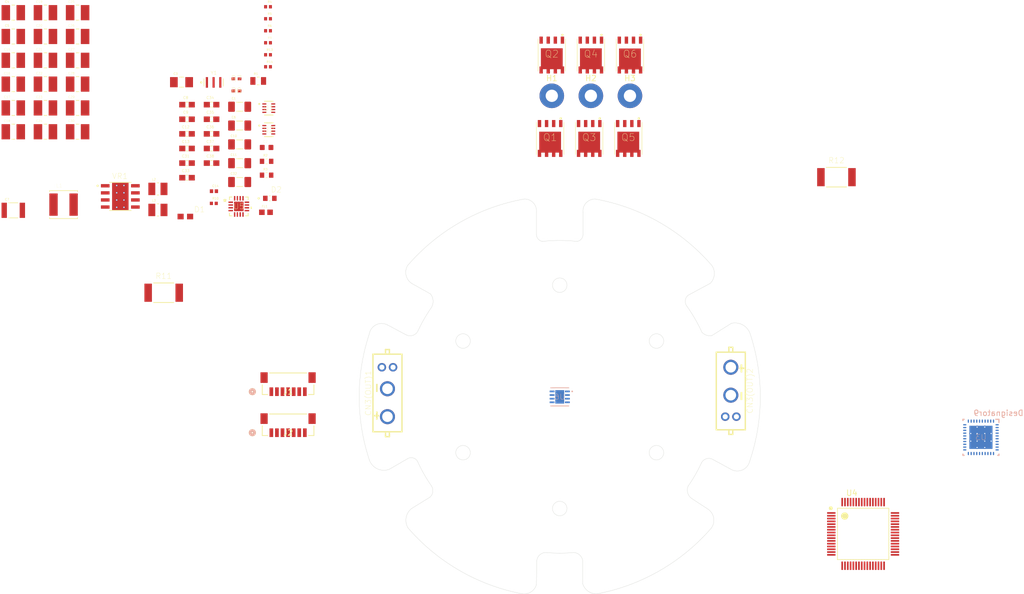
<source format=kicad_pcb>
(kicad_pcb (version 20241229) (generator "pcbnew") (generator_version "9.0")
  (layers (0 "F.Cu" signal) (4 "In1.Cu" signal) (6 "In2.Cu" signal) (2 "B.Cu" signal) (13 "F.Paste" user) (15 "B.Paste" user) (5 "F.SilkS" user "F.Silkscreen") (7 "B.SilkS" user "B.Silkscreen") (1 "F.Mask" user) (3 "B.Mask" user) (25 "Edge.Cuts" user))
  (net 0 "")
  (net 1 "GND")
  (net 2 "+48V")
  (net 3 "Net-(VR1-BST)")
  (net 4 "Net-(VR1-SW)")
  (net 5 "+12V")
  (net 6 "+5V")
  (net 7 "+3.3V")
  (net 8 "Net-(U3-VCP)")
  (net 9 "Net-(U3-CPH)")
  (net 10 "Net-(U3-CPL)")
  (net 11 "Net-(U3-DVDD)")
  (net 12 "Net-(U3-VGLS)")
  (net 13 "Net-(U4-VDDA{slash}VREF+)")
  (net 14 "Net-(U4-VCAP_1)")
  (net 15 "/CANH")
  (net 16 "/CANL")
  (net 17 "Net-(D1-Pad2)")
  (net 18 "Net-(D2-PadA)")
  (net 19 "/USART_TX")
  (net 20 "/TCK")
  (net 21 "/NRST")
  (net 22 "/USART_RX")
  (net 23 "/TMS")
  (net 24 "/MISO")
  (net 26 "/MOSI")
  (net 27 "/AUX_CS")
  (net 28 "/SCK")
  (net 29 "Net-(U2-SW)")
  (net 30 "Net-(U1-SW)")
  (net 31 "/PHASA")
  (net 32 "/GHA")
  (net 33 "/SPA")
  (net 34 "/GLA")
  (net 35 "/PHASB")
  (net 36 "/GHB")
  (net 37 "/GLB")
  (net 38 "/SPB")
  (net 39 "/GHC")
  (net 40 "/PHASC")
  (net 41 "/GLC")
  (net 42 "Net-(VR1-RON)")
  (net 43 "Net-(VR1-FB)")
  (net 44 "Net-(U2-MODE{slash}S-CONF)")
  (net 45 "Net-(U2-FB{slash}VSET)")
  (net 46 "Net-(U1-MODE{slash}S-CONF)")
  (net 47 "/SPI-MISO")
  (net 48 "Net-(U3-FAULT_N)")
  (net 49 "Net-(U4-PA1)")
  (net 50 "/INDICATOR")
  (net 55 "/ENABLE")
  (net 56 "/SPI-NSS-DRV")
  (net 57 "/SPI-SCK")
  (net 58 "/PWMC")
  (net 59 "/PWMB")
  (net 60 "/I_B")
  (net 61 "/SPI-MOSI")
  (net 62 "/PWMA")
  (net 63 "/I_A")
  (net 68 "Net-(U4-PH0-OSC_IN)")
  (net 69 "/CAN_RX")
  (net 71 "Net-(U4-PH1-OSC_OUT)")
  (net 73 "/CAN_TX")
  (net 86 "/CS")
  (footprint "dash:CC0603JRX7R9BB104" (layer "F.Cu") (at 123.9952 71.2282)
    (property "Reference" "C35" (at -0.235808 -1.239253 0) (layer "F.SilkS") (effects (font (size 0.474067 0.474067) (thickness 0.05))))
    (property "Value" "100nF 50V")
    (pad "1" smd rect (at -0.85 0) (size 1.1 1) (layers "F.Cu" "F.Mask" "F.Paste") (net 1 "GND"))
    (pad "2" smd rect (at 0.85 0) (size 1.1 1) (layers "F.Cu" "F.Mask" "F.Paste") (net 7 "+3.3V"))
  )
  (footprint "dash:VLS5045EX_680M" (layer "F.Cu") (at 97.485 86.518)
    (property "Reference" "L1" (at -0.768 -3.4064 0) (layer "F.SilkS") (effects (font (size 0.64 0.64) (thickness 0.015))))
    (property "Value" "68uH")
    (pad "1" smd rect (at -1.8 0) (size 1.5 4) (layers "F.Cu" "F.Mask" "F.Paste") (net 4 "Net-(VR1-SW)"))
    (pad "2" smd rect (at 1.8 0) (size 1.5 4) (layers "F.Cu" "F.Mask" "F.Paste") (net 5 "+12V"))
  )
  (footprint "dash:GRM32EC72A106KE05L" (layer "F.Cu") (at 94.24 56.402)
    (property "Reference" "C20" (at -1.11 -1.95 0) (layer "F.SilkS") (effects (font (size 0.393701 0.393701) (thickness 0.028425))))
    (property "Value" "10uF")
    (pad "1" smd rect (at -1.341 0) (size 1.53 2.72) (layers "F.Cu" "F.Mask" "F.Paste") (net 1 "GND"))
    (pad "2" smd rect (at 1.341 0) (size 1.53 2.72) (layers "F.Cu" "F.Mask" "F.Paste") (net 2 "+48V"))
  )
  (footprint "dash:TPS629203DRLR" (layer "F.Cu") (at 134.2443 73.1083)
    (property "Reference" "U2" (at 0 0 0) (layer "F.SilkS") (effects (font (thickness 0.05))))
    (property "Value" "TPS629203DRLR")
    (pad "1" smd rect (at -0.8001 -0.750001) (size 0.7112 0.2286) (layers "F.Cu" "F.Mask" "F.Paste") (net 45 "Net-(U2-FB{slash}VSET)"))
    (pad "2" smd rect (at -0.8001 -0.25) (size 0.7112 0.2286) (layers "F.Cu" "F.Mask" "F.Paste"))
    (pad "3" smd rect (at -0.8001 0.25) (size 0.7112 0.2286) (layers "F.Cu" "F.Mask" "F.Paste") (net 6 "+5V"))
    (pad "4" smd rect (at -0.8001 0.750001) (size 0.7112 0.2286) (layers "F.Cu" "F.Mask" "F.Paste") (net 29 "Net-(U2-SW)"))
    (pad "5" smd rect (at 0.8001 0.750001) (size 0.7112 0.2286) (layers "F.Cu" "F.Mask" "F.Paste") (net 1 "GND"))
    (pad "6" smd rect (at 0.8001 0.25) (size 0.7112 0.2286) (layers "F.Cu" "F.Mask" "F.Paste") (net 5 "+12V"))
    (pad "7" smd rect (at 0.8001 -0.25) (size 0.7112 0.2286) (layers "F.Cu" "F.Mask" "F.Paste") (net 5 "+12V"))
    (pad "8" smd rect (at 0.8001 -0.750001) (size 0.7112 0.2286) (layers "F.Cu" "F.Mask" "F.Paste") (net 44 "Net-(U2-MODE{slash}S-CONF)"))
  )
  (footprint "dash:CC0603JRX7R9BB104" (layer "F.Cu") (at 123.9952 73.845)
    (property "Reference" "C36" (at -0.235808 -1.239253 0) (layer "F.SilkS") (effects (font (size 0.474067 0.474067) (thickness 0.05))))
    (property "Value" "100nF 50V")
    (pad "1" smd rect (at -0.85 0) (size 1.1 1) (layers "F.Cu" "F.Mask" "F.Paste") (net 1 "GND"))
    (pad "2" smd rect (at 0.85 0) (size 1.1 1) (layers "F.Cu" "F.Mask" "F.Paste") (net 7 "+3.3V"))
  )
  (footprint "dash:CL31B105KCHNNNE" (layer "F.Cu") (at 129.025 79.098)
    (property "Reference" "C11" (at -1.06 -1.5 0) (layer "F.SilkS") (effects (font (size 0.393701 0.393701) (thickness 0.05))))
    (property "Value" "1uF 100V")
    (pad "1" smd roundrect (at -1.46 0) (size 1.2 1.82) (layers "F.Cu" "F.Mask" "F.Paste") (roundrect_rratio 0.125) (net 1 "GND"))
    (pad "2" smd roundrect (at 1.46 0) (size 1.2 1.82) (layers "F.Cu" "F.Mask" "F.Paste") (roundrect_rratio 0.125) (net 12 "Net-(U3-VGLS)"))
  )
  (footprint "dash:CC0603JRX7R9BB104" (layer "F.Cu") (at 119.5984 79.0786)
    (property "Reference" "C31" (at -0.235808 -1.239253 0) (layer "F.SilkS") (effects (font (size 0.474067 0.474067) (thickness 0.05))))
    (property "Value" "100nF 50V")
    (pad "1" smd rect (at -0.85 0) (size 1.1 1) (layers "F.Cu" "F.Mask" "F.Paste") (net 1 "GND"))
    (pad "2" smd rect (at 0.85 0) (size 1.1 1) (layers "F.Cu" "F.Mask" "F.Paste") (net 7 "+3.3V"))
  )
  (footprint "MountingHole:MountingHole_2.2mm_M2_Pad" (layer "F.Cu") (at 184.935 67.03)
    (property "Reference" "H1" (at 0 -3.15 0) (layer "F.SilkS"))
    (property "Value" "MountingHole_Pad" (hide yes))
    (pad "1" thru_hole circle (at 0 0) (size 4.4 4.4) (drill 2.2) (layers "*.Cu" "*.Mask") (net 31 "/PHASA"))
  )
  (footprint "dash:CL31B105KCHNNNE" (layer "F.Cu") (at 129.025 72.358)
    (property "Reference" "C6" (at -1.06 -1.5 0) (layer "F.SilkS") (effects (font (size 0.393701 0.393701) (thickness 0.05))))
    (property "Value" "1UF 100V")
    (pad "1" smd roundrect (at -1.46 0) (size 1.2 1.82) (layers "F.Cu" "F.Mask" "F.Paste") (roundrect_rratio 0.125) (net 8 "Net-(U3-VCP)"))
    (pad "2" smd roundrect (at 1.46 0) (size 1.2 1.82) (layers "F.Cu" "F.Mask" "F.Paste") (roundrect_rratio 0.125) (net 2 "+48V"))
  )
  (footprint "dash:GRM32EC72A106KE05L" (layer "F.Cu") (at 100 52.136)
    (property "Reference" "C25" (at -1.11 -1.95 0) (layer "F.SilkS") (effects (font (size 0.393701 0.393701) (thickness 0.028425))))
    (property "Value" "10uF")
    (pad "1" smd rect (at -1.341 0) (size 1.53 2.72) (layers "F.Cu" "F.Mask" "F.Paste") (net 1 "GND"))
    (pad "2" smd rect (at 1.341 0) (size 1.53 2.72) (layers "F.Cu" "F.Mask" "F.Paste") (net 2 "+48V"))
  )
  (footprint "dash:RT0603BRD07448KL" (layer "F.Cu") (at 133.85 78.763)
    (property "Reference" "R2" (at -0.21 -1.05 0) (layer "F.SilkS") (effects (font (size 0.393701 0.393701) (thickness 0.05))))
    (property "Value" "448K")
    (pad "1" smd rect (at -0.82 0) (size 0.79 0.93) (layers "F.Cu" "F.Mask" "F.Paste") (net 43 "Net-(VR1-FB)"))
    (pad "2" smd rect (at 0.82 0) (size 0.79 0.93) (layers "F.Cu" "F.Mask" "F.Paste") (net 5 "+12V"))
  )
  (footprint "dash:FDMS039N08B" (layer "F.Cu") (at 184.935 59.53 180)
    (property "Reference" "Q2" (at 0 0 0) (layer "F.SilkS") (effects (font (size 1.27 1.27) (thickness 0.054))))
    (property "Value" "FDMS039N08B" (hide yes))
    (pad "1" smd rect (at -1.905 2.472 180) (size 0.61 1.27) (layers "F.Cu" "F.Mask" "F.Paste") (net 33 "/SPA"))
    (pad "2" smd rect (at -0.635 2.472 180) (size 0.61 1.27) (layers "F.Cu" "F.Mask" "F.Paste") (net 33 "/SPA"))
    (pad "3" smd rect (at 0.635 2.472 180) (size 0.61 1.27) (layers "F.Cu" "F.Mask" "F.Paste") (net 33 "/SPA"))
    (pad "4" smd rect (at 1.905 2.472 180) (size 0.61 1.27) (layers "F.Cu" "F.Mask" "F.Paste") (net 34 "/GLA"))
    (pad "5" smd rect (at 1.905 -2.868 180) (size 0.61 1.27) (layers "F.Cu" "F.Mask" "F.Paste") (net 31 "/PHASA"))
    (pad "6" smd rect (at 0.635 -2.868 180) (size 0.61 1.27) (layers "F.Cu" "F.Mask" "F.Paste") (net 31 "/PHASA"))
    (pad "7" smd rect (at -0.635 -2.868 180) (size 0.61 1.27) (layers "F.Cu" "F.Mask" "F.Paste") (net 31 "/PHASA"))
    (pad "8" smd rect (at -1.905 -2.868 180) (size 0.61 1.27) (layers "F.Cu" "F.Mask" "F.Paste") (net 31 "/PHASA"))
    (pad "9" smd rect (at 0 -0.858 270) (size 3.75 3.91) (layers "F.Cu" "F.Mask" "F.Paste") (net 31 "/PHASA"))
  )
  (footprint "dash:FDMS039N08B" (layer "F.Cu") (at 191.635 74.472 180)
    (property "Reference" "Q3" (at 0 0 0) (layer "F.SilkS") (effects (font (size 1.27 1.27) (thickness 0.054))))
    (property "Value" "FDMS039N08B" (hide yes))
    (pad "1" smd rect (at -1.905 2.472 180) (size 0.61 1.27) (layers "F.Cu" "F.Mask" "F.Paste") (net 35 "/PHASB"))
    (pad "2" smd rect (at -0.635 2.472 180) (size 0.61 1.27) (layers "F.Cu" "F.Mask" "F.Paste") (net 35 "/PHASB"))
    (pad "3" smd rect (at 0.635 2.472 180) (size 0.61 1.27) (layers "F.Cu" "F.Mask" "F.Paste") (net 35 "/PHASB"))
    (pad "4" smd rect (at 1.905 2.472 180) (size 0.61 1.27) (layers "F.Cu" "F.Mask" "F.Paste") (net 36 "/GHB"))
    (pad "5" smd rect (at 1.905 -2.868 180) (size 0.61 1.27) (layers "F.Cu" "F.Mask" "F.Paste") (net 2 "+48V"))
    (pad "6" smd rect (at 0.635 -2.868 180) (size 0.61 1.27) (layers "F.Cu" "F.Mask" "F.Paste") (net 2 "+48V"))
    (pad "7" smd rect (at -0.635 -2.868 180) (size 0.61 1.27) (layers "F.Cu" "F.Mask" "F.Paste") (net 2 "+48V"))
    (pad "8" smd rect (at -1.905 -2.868 180) (size 0.61 1.27) (layers "F.Cu" "F.Mask" "F.Paste") (net 2 "+48V"))
    (pad "9" smd rect (at 0 -0.858 270) (size 3.75 3.91) (layers "F.Cu" "F.Mask" "F.Paste") (net 2 "+48V"))
  )
  (footprint "dash:RC0402FR_0742K2L" (layer "F.Cu") (at 134.105 51.078)
    (property "Reference" "R4" (at 0.3 -0.88 0) (layer "F.SilkS") (effects (font (size 0.393701 0.393701) (thickness 0.05))))
    (property "Value" "42.2k 1%")
    (pad "1" smd rect (at -0.432 0) (size 0.54 0.6) (layers "F.Cu" "F.Mask" "F.Paste") (net 1 "GND"))
    (pad "2" smd rect (at 0.432 0) (size 0.54 0.6) (layers "F.Cu" "F.Mask" "F.Paste") (net 44 "Net-(U2-MODE{slash}S-CONF)"))
  )
  (footprint "dash:GRM32EC72A106KE05L" (layer "F.Cu") (at 94.24 69.2)
    (property "Reference" "C23" (at -1.11 -1.95 0) (layer "F.SilkS") (effects (font (size 0.393701 0.393701) (thickness 0.028425))))
    (property "Value" "10uF")
    (pad "1" smd rect (at -1.341 0) (size 1.53 2.72) (layers "F.Cu" "F.Mask" "F.Paste") (net 1 "GND"))
    (pad "2" smd rect (at 1.341 0) (size 1.53 2.72) (layers "F.Cu" "F.Mask" "F.Paste") (net 2 "+48V"))
  )
  (footprint "dash:BLM18AG601SN1D" (layer "F.Cu") (at 133.74 87.893)
    (property "Reference" "FL1" (at -0.24 -1.07 0) (layer "F.SilkS") (effects (font (size 0.393701 0.393701) (thickness 0.05))))
    (property "Value" "choe")
    (pad "1" smd rect (at -0.735 0) (size 1 0.97) (layers "F.Cu" "F.Mask" "F.Paste") (net 7 "+3.3V"))
    (pad "2" smd rect (at 0.735 0) (size 1 0.97) (layers "F.Cu" "F.Mask" "F.Paste") (net 13 "Net-(U4-VDDA{slash}VREF+)"))
  )
  (footprint "dash:RT0402DRE0710KL" (layer "F.Cu") (at 124.4 86.298)
    (property "Reference" "R10" (at 0.29 -0.88 0) (layer "F.SilkS") (effects (font (size 0.393701 0.393701) (thickness 0.05))))
    (property "Value" "10K")
    (pad "1" smd rect (at -0.435 0) (size 0.56 0.6) (layers "F.Cu" "F.Mask" "F.Paste") (net 1 "GND"))
    (pad "2" smd rect (at 0.435 0) (size 0.56 0.6) (layers "F.Cu" "F.Mask" "F.Paste") (net 49 "Net-(U4-PA1)"))
  )
  (footprint "dash:GRM32EC72A106KE05L" (layer "F.Cu") (at 94.24 64.934)
    (property "Reference" "C22" (at -1.11 -1.95 0) (layer "F.SilkS") (effects (font (size 0.393701 0.393701) (thickness 0.028425))))
    (property "Value" "10uF")
    (pad "1" smd rect (at -1.341 0) (size 1.53 2.72) (layers "F.Cu" "F.Mask" "F.Paste") (net 1 "GND"))
    (pad "2" smd rect (at 1.341 0) (size 1.53 2.72) (layers "F.Cu" "F.Mask" "F.Paste") (net 2 "+48V"))
  )
  (footprint "dash:CL31B105KCHNNNE" (layer "F.Cu") (at 129.025 75.728)
    (property "Reference" "C10" (at -1.06 -1.5 0) (layer "F.SilkS") (effects (font (size 0.393701 0.393701) (thickness 0.05))))
    (property "Value" "1uF 100V")
    (pad "1" smd roundrect (at -1.46 0) (size 1.2 1.82) (layers "F.Cu" "F.Mask" "F.Paste") (roundrect_rratio 0.125) (net 1 "GND"))
    (pad "2" smd roundrect (at 1.46 0) (size 1.2 1.82) (layers "F.Cu" "F.Mask" "F.Paste") (roundrect_rratio 0.125) (net 11 "Net-(U3-DVDD)"))
  )
  (footprint "dash:GRM32EC72A106KE05L" (layer "F.Cu") (at 94.24 52.136)
    (property "Reference" "C19" (at -1.11 -1.95 0) (layer "F.SilkS") (effects (font (size 0.393701 0.393701) (thickness 0.028425))))
    (property "Value" "10uF")
    (pad "1" smd rect (at -1.341 0) (size 1.53 2.72) (layers "F.Cu" "F.Mask" "F.Paste") (net 1 "GND"))
    (pad "2" smd rect (at 1.341 0) (size 1.53 2.72) (layers "F.Cu" "F.Mask" "F.Paste") (net 2 "+48V"))
  )
  (footprint "dash:GRM32EC72A106KE05L" (layer "F.Cu") (at 88.48 64.934)
    (property "Reference" "C16" (at -1.11 -1.95 0) (layer "F.SilkS") (effects (font (size 0.393701 0.393701) (thickness 0.028425))))
    (property "Value" "10uF")
    (pad "1" smd rect (at -1.341 0) (size 1.53 2.72) (layers "F.Cu" "F.Mask" "F.Paste") (net 1 "GND"))
    (pad "2" smd rect (at 1.341 0) (size 1.53 2.72) (layers "F.Cu" "F.Mask" "F.Paste") (net 2 "+48V"))
  )
  (footprint "dash:LTST-C190KGKT" (layer "F.Cu") (at 134.43 85.393)
    (property "Reference" "D2" (at 1.14732 -1.573661 0) (layer "F.SilkS") (effects (font (size 1.002882 1.002882) (thickness 0.05))))
    (property "Value" "Green")
    (pad "A" smd rect (at 0.81 0) (size 0.81 0.93) (layers "F.Cu" "F.Mask" "F.Paste") (net 18 "Net-(D2-PadA)"))
    (pad "C" smd rect (at -0.81 0) (size 0.81 0.93) (layers "F.Cu" "F.Mask" "F.Paste") (net 1 "GND"))
  )
  (footprint "dash:FDMS039N08B" (layer "F.Cu") (at 198.635 74.472 180)
    (property "Reference" "Q5" (at 0 0 0) (layer "F.SilkS") (effects (font (size 1.27 1.27) (thickness 0.054))))
    (property "Value" "FDMS039N08B" (hide yes))
    (pad "1" smd rect (at -1.905 2.472 180) (size 0.61 1.27) (layers "F.Cu" "F.Mask" "F.Paste") (net 40 "/PHASC"))
    (pad "2" smd rect (at -0.635 2.472 180) (size 0.61 1.27) (layers "F.Cu" "F.Mask" "F.Paste") (net 40 "/PHASC"))
    (pad "3" smd rect (at 0.635 2.472 180) (size 0.61 1.27) (layers "F.Cu" "F.Mask" "F.Paste") (net 40 "/PHASC"))
    (pad "4" smd rect (at 1.905 2.472 180) (size 0.61 1.27) (layers "F.Cu" "F.Mask" "F.Paste") (net 39 "/GHC"))
    (pad "5" smd rect (at 1.905 -2.868 180) (size 0.61 1.27) (layers "F.Cu" "F.Mask" "F.Paste") (net 2 "+48V"))
    (pad "6" smd rect (at 0.635 -2.868 180) (size 0.61 1.27) (layers "F.Cu" "F.Mask" "F.Paste") (net 2 "+48V"))
    (pad "7" smd rect (at -0.635 -2.868 180) (size 0.61 1.27) (layers "F.Cu" "F.Mask" "F.Paste") (net 2 "+48V"))
    (pad "8" smd rect (at -1.905 -2.868 180) (size 0.61 1.27) (layers "F.Cu" "F.Mask" "F.Paste") (net 2 "+48V"))
    (pad "9" smd rect (at 0 -0.858 270) (size 3.75 3.91) (layers "F.Cu" "F.Mask" "F.Paste") (net 2 "+48V"))
  )
  (footprint "dash:TPS629203DRLR" (layer "F.Cu") (at 134.2443 69.2381)
    (property "Reference" "U1" (at 0 0 0) (layer "F.SilkS") (effects (font (thickness 0.05))))
    (property "Value" "TPS629203DRLR")
    (pad "1" smd rect (at -0.8001 -0.750001) (size 0.7112 0.2286) (layers "F.Cu" "F.Mask" "F.Paste"))
    (pad "2" smd rect (at -0.8001 -0.25) (size 0.7112 0.2286) (layers "F.Cu" "F.Mask" "F.Paste"))
    (pad "3" smd rect (at -0.8001 0.25) (size 0.7112 0.2286) (layers "F.Cu" "F.Mask" "F.Paste") (net 7 "+3.3V"))
    (pad "4" smd rect (at -0.8001 0.750001) (size 0.7112 0.2286) (layers "F.Cu" "F.Mask" "F.Paste") (net 30 "Net-(U1-SW)"))
    (pad "5" smd rect (at 0.8001 0.750001) (size 0.7112 0.2286) (layers "F.Cu" "F.Mask" "F.Paste") (net 1 "GND"))
    (pad "6" smd rect (at 0.8001 0.25) (size 0.7112 0.2286) (layers "F.Cu" "F.Mask" "F.Paste") (net 6 "+5V"))
    (pad "7" smd rect (at 0.8001 -0.25) (size 0.7112 0.2286) (layers "F.Cu" "F.Mask" "F.Paste") (net 6 "+5V"))
    (pad "8" smd rect (at 0.8001 -0.750001) (size 0.7112 0.2286) (layers "F.Cu" "F.Mask" "F.Paste") (net 46 "Net-(U1-MODE{slash}S-CONF)"))
  )
  (footprint "dash:CL31B225KCHSNNE" (layer "F.Cu") (at 129.025 68.988)
    (property "Reference" "C1" (at -1.06 -1.5 0) (layer "F.SilkS") (effects (font (size 0.393701 0.393701) (thickness 0.05))))
    (property "Value" "2.2uF")
    (pad "1" smd roundrect (at -1.46 0) (size 1.2 1.82) (layers "F.Cu" "F.Mask" "F.Paste") (roundrect_rratio 0.125) (net 1 "GND"))
    (pad "2" smd roundrect (at 1.46 0) (size 1.2 1.82) (layers "F.Cu" "F.Mask" "F.Paste") (roundrect_rratio 0.125) (net 2 "+48V"))
  )
  (footprint "dash:GRM32EC72A106KE05L" (layer "F.Cu") (at 100 56.402)
    (property "Reference" "C26" (at -1.11 -1.95 0) (layer "F.SilkS") (effects (font (size 0.393701 0.393701) (thickness 0.028425))))
    (property "Value" "10uF")
    (pad "1" smd rect (at -1.341 0) (size 1.53 2.72) (layers "F.Cu" "F.Mask" "F.Paste") (net 1 "GND"))
    (pad "2" smd rect (at 1.341 0) (size 1.53 2.72) (layers "F.Cu" "F.Mask" "F.Paste") (net 2 "+48V"))
  )
  (footprint "dash:GRM155R60J475ME87D" (layer "F.Cu") (at 124.42 84.113)
    (property "Reference" "C14" (at 0.26 -0.93 0) (layer "F.SilkS") (effects (font (size 0.393701 0.393701) (thickness 0.05))))
    (property "Value" "4.7 µF")
    (pad "1" smd rect (at -0.437 0) (size 0.6 0.67) (layers "F.Cu" "F.Mask" "F.Paste") (net 1 "GND"))
    (pad "2" smd rect (at 0.437 0) (size 0.6 0.67) (layers "F.Cu" "F.Mask" "F.Paste") (net 14 "Net-(U4-VCAP_1)"))
  )
  (footprint "MountingHole:MountingHole_2.2mm_M2_Pad" (layer "F.Cu") (at 191.935 67.03)
    (property "Reference" "H2" (at 0 -3.15 0) (layer "F.SilkS"))
    (property "Value" "MountingHole_Pad" (hide yes))
    (pad "1" thru_hole circle (at 0 0) (size 4.4 4.4) (drill 2.2) (layers "*.Cu" "*.Mask") (net 35 "/PHASB"))
  )
  (footprint "dash:CC0603JRX7R9BB104" (layer "F.Cu") (at 123.9952 76.4618)
    (property "Reference" "C37" (at -0.235808 -1.239253 0) (layer "F.SilkS") (effects (font (size 0.474067 0.474067) (thickness 0.05))))
    (property "Value" "100nF 50V")
    (pad "1" smd rect (at -0.85 0) (size 1.1 1) (layers "F.Cu" "F.Mask" "F.Paste") (net 6 "+5V"))
    (pad "2" smd rect (at 0.85 0) (size 1.1 1) (layers "F.Cu" "F.Mask" "F.Paste") (net 1 "GND"))
  )
  (footprint "dash:CC0603JRX7R9BB104" (layer "F.Cu") (at 119.5984 73.845)
    (property "Reference" "C12" (at -0.235808 -1.239253 0) (layer "F.SilkS") (effects (font (size 0.474067 0.474067) (thickness 0.05))))
    (property "Value" "100nF 50V")
    (pad "1" smd rect (at -0.85 0) (size 1.1 1) (layers "F.Cu" "F.Mask" "F.Paste") (net 7 "+3.3V"))
    (pad "2" smd rect (at 0.85 0) (size 1.1 1) (layers "F.Cu" "F.Mask" "F.Paste") (net 1 "GND"))
  )
  (footprint "dash:CC0603JRX7R9BB104" (layer "F.Cu") (at 123.9952 68.6114)
    (property "Reference" "C34" (at -0.235808 -1.239253 0) (layer "F.SilkS") (effects (font (size 0.474067 0.474067) (thickness 0.05))))
    (property "Value" "100nF 50V")
    (pad "1" smd rect (at -0.85 0) (size 1.1 1) (layers "F.Cu" "F.Mask" "F.Paste") (net 1 "GND"))
    (pad "2" smd rect (at 0.85 0) (size 1.1 1) (layers "F.Cu" "F.Mask" "F.Paste") (net 7 "+3.3V"))
  )
  (footprint "dash:CC0603KRX7R0BB473" (layer "F.Cu") (at 119.5984 71.2282)
    (property "Reference" "C9" (at -0.235808 -1.239253 0) (layer "F.SilkS") (effects (font (size 0.474067 0.474067) (thickness 0.05))))
    (property "Value" "47nF 100V")
    (pad "1" smd rect (at -0.85 0) (size 1.1 1) (layers "F.Cu" "F.Mask" "F.Paste") (net 9 "Net-(U3-CPH)"))
    (pad "2" smd rect (at 0.85 0) (size 1.1 1) (layers "F.Cu" "F.Mask" "F.Paste") (net 10 "Net-(U3-CPL)"))
  )
  (footprint "dash:CL31B105KCHNNNE" (layer "F.Cu") (at 129.025 82.468)
    (property "Reference" "C32" (at -1.06 -1.5 0) (layer "F.SilkS") (effects (font (size 0.393701 0.393701) (thickness 0.05))))
    (property "Value" "1uF 100V")
    (pad "1" smd roundrect (at -1.46 0) (size 1.2 1.82) (layers "F.Cu" "F.Mask" "F.Paste") (roundrect_rratio 0.125) (net 1 "GND"))
    (pad "2" smd roundrect (at 1.46 0) (size 1.2 1.82) (layers "F.Cu" "F.Mask" "F.Paste") (roundrect_rratio 0.125) (net 7 "+3.3V"))
  )
  (footprint "dash:XT30(2+2)PB-M.G.B" (layer "F.Cu") (at 155.5 120.075 90)
    (property "Reference" "CN3(OUT)1" (at -0.2 -3.427 90) (layer "F.SilkS") (effects (font (thickness 0.05))))
    (property "Value" "XT30(2+2)PB-M.G.B")
    (pad "1" thru_hole circle (at 4.424999 -1 90) (size 1.524 1.524) (drill 0.914) (layers "*.Cu" "*.Mask") (net 15 "/CANH"))
    (pad "2" thru_hole circle (at 4.424999 1 90) (size 1.524 1.524) (drill 0.914) (layers "*.Cu" "*.Mask") (net 16 "/CANL"))
    (pad "3" thru_hole circle (at 0.574999 -0.000001 90) (size 2.7 2.7) (drill 1.9) (layers "*.Cu" "*.Mask") (net 1 "GND"))
    (pad "4" thru_hole circle (at -4.425 0 90) (size 2.7 2.7) (drill 1.9) (layers "*.Cu" "*.Mask") (net 2 "+48V"))
  )
  (footprint "dash:GRM32EC72A106KE05L" (layer "F.Cu") (at 88.48 73.466)
    (property "Reference" "C18" (at -1.11 -1.95 0) (layer "F.SilkS") (effects (font (size 0.393701 0.393701) (thickness 0.028425))))
    (property "Value" "10uF")
    (pad "1" smd rect (at -1.341 0) (size 1.53 2.72) (layers "F.Cu" "F.Mask" "F.Paste") (net 1 "GND"))
    (pad "2" smd rect (at 1.341 0) (size 1.53 2.72) (layers "F.Cu" "F.Mask" "F.Paste") (net 2 "+48V"))
  )
  (footprint "dash:WSLF25121L000FEA" (layer "F.Cu") (at 115.4187 102.3)
    (property "Reference" "R11" (at 0 -3 0) (layer "F.SilkS") (effects (font (thickness 0.05))))
    (property "Value" "WSLF25121L000FEA")
    (pad "1" smd rect (at -2.7813 0) (size 1.3462 3.2512) (layers "F.Cu" "F.Mask" "F.Paste") (net 1 "GND"))
    (pad "2" smd rect (at 2.7813 0) (size 1.3462 3.2512) (layers "F.Cu" "F.Mask" "F.Paste") (net 33 "/SPA"))
  )
  (footprint "dash:FDMS039N08B" (layer "F.Cu") (at 198.935 59.53 180)
    (property "Reference" "Q6" (at 0 0 0) (layer "F.SilkS") (effects (font (size 1.27 1.27) (thickness 0.054))))
    (property "Value" "FDMS039N08B" (hide yes))
    (pad "1" smd rect (at -1.905 2.472 180) (size 0.61 1.27) (layers "F.Cu" "F.Mask" "F.Paste") (net 1 "GND"))
    (pad "2" smd rect (at -0.635 2.472 180) (size 0.61 1.27) (layers "F.Cu" "F.Mask" "F.Paste") (net 1 "GND"))
    (pad "3" smd rect (at 0.635 2.472 180) (size 0.61 1.27) (layers "F.Cu" "F.Mask" "F.Paste") (net 1 "GND"))
    (pad "4" smd rect (at 1.905 2.472 180) (size 0.61 1.27) (layers "F.Cu" "F.Mask" "F.Paste") (net 41 "/GLC"))
    (pad "5" smd rect (at 1.905 -2.868 180) (size 0.61 1.27) (layers "F.Cu" "F.Mask" "F.Paste") (net 40 "/PHASC"))
    (pad "6" smd rect (at 0.635 -2.868 180) (size 0.61 1.27) (layers "F.Cu" "F.Mask" "F.Paste") (net 40 "/PHASC"))
    (pad "7" smd rect (at -0.635 -2.868 180) (size 0.61 1.27) (layers "F.Cu" "F.Mask" "F.Paste") (net 40 "/PHASC"))
    (pad "8" smd rect (at -1.905 -2.868 180) (size 0.61 1.27) (layers "F.Cu" "F.Mask" "F.Paste") (net 40 "/PHASC"))
    (pad "9" smd rect (at 0 -0.9 270) (size 3.75 3.91) (layers "F.Cu" "F.Mask" "F.Paste") (net 40 "/PHASC"))
  )
  (footprint "dash:RC0805FR_07100KL" (layer "F.Cu") (at 132.35 64.368)
    (property "Reference" "R1" (at -0.41 -1.27 0) (layer "F.SilkS") (effects (font (size 0.393701 0.393701) (thickness 0.05))))
    (property "Value" "100k")
    (pad "1" smd rect (at -0.955 0) (size 0.92 1.38) (layers "F.Cu" "F.Mask" "F.Paste") (net 1 "GND"))
    (pad "2" smd rect (at 0.955 0) (size 0.92 1.38) (layers "F.Cu" "F.Mask" "F.Paste") (net 42 "Net-(VR1-RON)"))
  )
  (footprint "dash:GRM32EC72A106KE05L" (layer "F.Cu") (at 100 64.934)
    (property "Reference" "C28" (at -1.11 -1.95 0) (layer "F.SilkS") (effects (font (size 0.393701 0.393701) (thickness 0.028425))))
    (property "Value" "10uF")
    (pad "1" smd rect (at -1.341 0) (size 1.53 2.72) (layers "F.Cu" "F.Mask" "F.Paste") (net 1 "GND"))
    (pad "2" smd rect (at 1.341 0) (size 1.53 2.72) (layers "F.Cu" "F.Mask" "F.Paste") (net 2 "+48V"))
  )
  (footprint "dash:CSTNE8M00G550000R0" (layer "F.Cu") (at 124.36 64.628)
    (property "Reference" "Y1" (at 0.032 -1.7064 0) (layer "F.SilkS") (effects (font (size 0.64 0.64) (thickness 0.05))))
    (property "Value" "CSTNE8M00G550000R0")
    (pad "1" smd rect (at -1.2 0) (size 0.4 1.9) (layers "F.Cu" "F.Mask" "F.Paste") (net 68 "Net-(U4-PH0-OSC_IN)"))
    (pad "2" smd rect (at 0 0) (size 0.4 1.9) (layers "F.Cu" "F.Mask" "F.Paste") (net 1 "GND"))
    (pad "3" smd rect (at 1.2 0) (size 0.4 1.9) (layers "F.Cu" "F.Mask" "F.Paste") (net 71 "Net-(U4-PH1-OSC_OUT)"))
  )
  (footprint "dash:FDMS039N08B" (layer "F.Cu") (at 191.935 59.53 180)
    (property "Reference" "Q4" (at 0 0 0) (layer "F.SilkS") (effects (font (size 1.27 1.27) (thickness 0.054))))
    (property "Value" "FDMS039N08B" (hide yes))
    (pad "1" smd rect (at -1.905 2.472 180) (size 0.61 1.27) (layers "F.Cu" "F.Mask" "F.Paste") (net 38 "/SPB"))
    (pad "2" smd rect (at -0.635 2.472 180) (size 0.61 1.27) (layers "F.Cu" "F.Mask" "F.Paste") (net 38 "/SPB"))
    (pad "3" smd rect (at 0.635 2.472 180) (size 0.61 1.27) (layers "F.Cu" "F.Mask" "F.Paste") (net 38 "/SPB"))
    (pad "4" smd rect (at 1.905 2.472 180) (size 0.61 1.27) (layers "F.Cu" "F.Mask" "F.Paste") (net 37 "/GLB"))
    (pad "5" smd rect (at 1.905 -2.868 180) (size 0.61 1.27) (layers "F.Cu" "F.Mask" "F.Paste") (net 35 "/PHASB"))
    (pad "6" smd rect (at 0.635 -2.868 180) (size 0.61 1.27) (layers "F.Cu" "F.Mask" "F.Paste") (net 35 "/PHASB"))
    (pad "7" smd rect (at -0.635 -2.868 180) (size 0.61 1.27) (layers "F.Cu" "F.Mask" "F.Paste") (net 35 "/PHASB"))
    (pad "8" smd rect (at -1.905 -2.868 180) (size 0.61 1.27) (layers "F.Cu" "F.Mask" "F.Paste") (net 35 "/PHASB"))
    (pad "9" smd rect (at 0 -0.868 270) (size 3.75 3.91) (layers "F.Cu" "F.Mask" "F.Paste") (net 35 "/PHASB"))
  )
  (footprint "dash:CC0603JRX7R9BB104" (layer "F.Cu") (at 119.5984 68.6114)
    (property "Reference" "C8" (at -0.235808 -1.239253 0) (layer "F.SilkS") (effects (font (size 0.474067 0.474067) (thickness 0.05))))
    (property "Value" "100nF 50V")
    (pad "1" smd rect (at -0.85 0) (size 1.1 1) (layers "F.Cu" "F.Mask" "F.Paste") (net 5 "+12V"))
    (pad "2" smd rect (at 0.85 0) (size 1.1 1) (layers "F.Cu" "F.Mask" "F.Paste") (net 1 "GND"))
  )
  (footprint "dash:GRM31CR61E476ME44L" (layer "F.Cu") (at 118.613 64.586)
    (property "Reference" "C3" (at -1.06 -1.5 0) (layer "F.SilkS") (effects (font (size 0.393701 0.393701) (thickness 0.05))))
    (property "Value" "47uF")
    (pad "1" smd rect (at -1.369 0) (size 1.38 1.82) (layers "F.Cu" "F.Mask" "F.Paste") (net 1 "GND"))
    (pad "2" smd rect (at 1.369 0) (size 1.38 1.82) (layers "F.Cu" "F.Mask" "F.Paste") (net 5 "+12V"))
  )
  (footprint "dash:GRM32ER71E226KE15L" (layer "F.Cu") (at 88.48 52.136)
    (property "Reference" "C4" (at -1.11 -1.95 0) (layer "F.SilkS") (effects (font (size 0.393701 0.393701) (thickness 0.05))))
    (property "Value" "22uF")
    (pad "1" smd rect (at -1.341 0) (size 1.53 2.72) (layers "F.Cu" "F.Mask" "F.Paste") (net 1 "GND"))
    (pad "2" smd rect (at 1.341 0) (size 1.53 2.72) (layers "F.Cu" "F.Mask" "F.Paste") (net 6 "+5V"))
  )
  (footprint "dash:GRM32EC72A106KE05L" (layer "F.Cu") (at 88.48 69.2)
    (property "Reference" "C17" (at -1.11 -1.95 0) (layer "F.SilkS") (effects (font (size 0.393701 0.393701) (thickness 0.028425))))
    (property "Value" "10uF")
    (pad "1" smd rect (at -1.341 0) (size 1.53 2.72) (layers "F.Cu" "F.Mask" "F.Paste") (net 1 "GND"))
    (pad "2" smd rect (at 1.341 0) (size 1.53 2.72) (layers "F.Cu" "F.Mask" "F.Paste") (net 2 "+48V"))
  )
  (footprint "dash:RC0402FR_0710KL" (layer "F.Cu") (at 128.4492 63.9872)
    (property "Reference" "R7" (at 0 0 0) (layer "F.SilkS") (effects (font (thickness 0.05))))
    (property "Value" "10k")
    (pad "1" smd rect (at -0.5588 0) (size 0.6604 0.508) (layers "F.Cu" "F.Mask" "F.Paste") (net 7 "+3.3V"))
    (pad "2" smd rect (at 0.5588 0) (size 0.6604 0.508) (layers "F.Cu" "F.Mask" "F.Paste") (net 47 "/SPI-MISO"))
  )
  (footprint "dash:WSLF25121L000FEA" (layer "F.Cu") (at 235.9187 81.6)
    (property "Reference" "R12" (at 0 -3 0) (layer "F.SilkS") (effects (font (thickness 0.05))))
    (property "Value" "WSLF25121L000FEA")
    (pad "1" smd rect (at -2.7813 0) (size 1.3462 3.2512) (layers "F.Cu" "F.Mask" "F.Paste") (net 1 "GND"))
    (pad "2" smd rect (at 2.7813 0) (size 1.3462 3.2512) (layers "F.Cu" "F.Mask" "F.Paste") (net 38 "/SPB"))
  )
  (footprint "dash:DFE252012PD_2R2M_P2" (layer "F.Cu") (at 114.383 83.706)
    (property "Reference" "L2" (at -0.71 -1.7 0) (layer "F.SilkS") (effects (font (size 0.393701 0.393701) (thickness 0.05))))
    (property "Value" "2.2uH")
    (pad "1" smd rect (at -1.09 0) (size 1.24 2.22) (layers "F.Cu" "F.Mask" "F.Paste") (net 29 "Net-(U2-SW)"))
    (pad "2" smd rect (at 1.09 0) (size 1.24 2.22) (layers "F.Cu" "F.Mask" "F.Paste") (net 6 "+5V"))
  )
  (footprint "dash:BM07B-SRSS-TB" (layer "F.Cu") (at 137.699998 125.9511)
    (property "Reference" "J2" (at 0 1.4216 0) (layer "F.SilkS"))
    (property "Value" "BM07B-SRSS-TB")
    (pad "1" smd rect (at -2.999999 1.4216) (size 0.6604 1.5494) (layers "F.Cu" "F.Mask" "F.Paste") (net 7 "+3.3V"))
    (pad "2" smd rect (at -2.000001 1.4216) (size 0.6604 1.5494) (layers "F.Cu" "F.Mask" "F.Paste") (net 26 "/MOSI"))
    (pad "3" smd rect (at -1.000001 1.4216) (size 0.6604 1.5494) (layers "F.Cu" "F.Mask" "F.Paste") (net 24 "/MISO"))
    (pad "4" smd rect (at 0 1.4216) (size 0.6604 1.5494) (layers "F.Cu" "F.Mask" "F.Paste") (net 28 "/SCK"))
    (pad "5" smd rect (at 1.000001 1.4216) (size 0.6604 1.5494) (layers "F.Cu" "F.Mask" "F.Paste") (net 27 "/AUX_CS"))
    (pad "6" smd rect (at 2.000001 1.4216) (size 0.6604 1.5494) (layers "F.Cu" "F.Mask" "F.Paste"))
    (pad "7" smd rect (at 2.999999 1.4216) (size 0.6604 1.5494) (layers "F.Cu" "F.Mask" "F.Paste") (net 1 "GND"))
    (pad "8" smd rect (at -4.300002 -1.103399) (size 1.2954 1.905) (layers "F.Cu" "F.Mask" "F.Paste"))
    (pad "9" smd rect (at 4.300002 -1.103399) (size 1.2954 1.905) (layers "F.Cu" "F.Mask" "F.Paste"))
  )
  (footprint "dash:GRM32ER71J106KA12L" (layer "F.Cu") (at 88.48 87.538)
    (property "Reference" "C7" (at -1.11 -1.95 0) (layer "F.SilkS") (effects (font (size 0.393701 0.393701) (thickness 0.05))))
    (property "Value" "10uF 63V")
    (pad "1" smd rect (at -1.625 0) (size 0.96 2.72) (layers "F.Cu" "F.Mask" "F.Paste") (net 5 "+12V"))
    (pad "2" smd rect (at 1.625 0) (size 0.96 2.72) (layers "F.Cu" "F.Mask" "F.Paste") (net 1 "GND"))
  )
  (footprint "dash:GRM32EC72A106KE05L" (layer "F.Cu") (at 100 69.2)
    (property "Reference" "C29" (at -1.11 -1.95 0) (layer "F.SilkS") (effects (font (size 0.393701 0.393701) (thickness 0.028425))))
    (property "Value" "10uF")
    (pad "1" smd rect (at -1.341 0) (size 1.53 2.72) (layers "F.Cu" "F.Mask" "F.Paste") (net 1 "GND"))
    (pad "2" smd rect (at 1.341 0) (size 1.53 2.72) (layers "F.Cu" "F.Mask" "F.Paste") (net 2 "+48V"))
  )
  (footprint "dash:CC0603JRX7R9BB104" (layer "F.Cu") (at 123.9952 79.0786)
    (property "Reference" "C38" (at -0.235808 -1.239253 0) (layer "F.SilkS") (effects (font (size 0.474067 0.474067) (thickness 0.05))))
    (property "Value" "100nF 50V")
    (pad "1" smd rect (at -0.85 0) (size 1.1 1) (layers "F.Cu" "F.Mask" "F.Paste") (net 7 "+3.3V"))
    (pad "2" smd rect (at 0.85 0) (size 1.1 1) (layers "F.Cu" "F.Mask" "F.Paste") (net 1 "GND"))
  )
  (footprint "MountingHole:MountingHole_2.2mm_M2_Pad" (layer "F.Cu") (at 198.935 67.03)
    (property "Reference" "H3" (at 0 -3.15 0) (layer "F.SilkS"))
    (property "Value" "MountingHole_Pad" (hide yes))
    (pad "1" thru_hole circle (at 0 0) (size 4.4 4.4) (drill 2.2) (layers "*.Cu" "*.Mask") (net 40 "/PHASC"))
  )
  (footprint "dash:RT0603BRD0749K9L" (layer "F.Cu") (at 133.85 81.243)
    (property "Reference" "R3" (at -0.21 -1.05 0) (layer "F.SilkS") (effects (font (size 0.393701 0.393701) (thickness 0.05))))
    (property "Value" "49.9k")
    (pad "1" smd rect (at -0.82 0) (size 0.79 0.93) (layers "F.Cu" "F.Mask" "F.Paste") (net 1 "GND"))
    (pad "2" smd rect (at 0.82 0) (size 0.79 0.93) (layers "F.Cu" "F.Mask" "F.Paste") (net 43 "Net-(VR1-FB)"))
  )
  (footprint "dash:RC0402FR_07150KL" (layer "F.Cu") (at 134.105 57.528)
    (property "Reference" "R9" (at 0.3 -0.88 0) (layer "F.SilkS") (effects (font (size 0.393701 0.393701) (thickness 0.028425))))
    (property "Value" "150K 1%")
    (pad "1" smd rect (at -0.432 0) (size 0.54 0.6) (layers "F.Cu" "F.Mask" "F.Paste") (net 2 "+48V"))
    (pad "2" smd rect (at 0.432 0) (size 0.54 0.6) (layers "F.Cu" "F.Mask" "F.Paste") (net 49 "Net-(U4-PA1)"))
  )
  (footprint "dash:MA732GQ-Z" (layer "F.Cu") (at 128.8744 86.8374)
    (property "Reference" "U5" (at 0 0 0) (layer "F.SilkS") (effects (font (thickness 0.05))))
    (property "Value" "MA732GQ-Z")
    (fp_text user "*" (at -2.4892 -0.75 0) (layer "F.SilkS"))
    (fp_text user "*" (at -2.4892 -0.75 0) (layer "F.SilkS"))
    (pad "1" smd rect (at -1.4478 -0.750001 90) (size 0.254 0.8128) (layers "F.Cu" "F.Mask" "F.Paste"))
    (pad "2" smd rect (at -1.4478 -0.25 90) (size 0.254 0.8128) (layers "F.Cu" "F.Mask" "F.Paste"))
    (pad "3" smd rect (at -1.4478 0.25 90) (size 0.254 0.8128) (layers "F.Cu" "F.Mask" "F.Paste"))
    (pad "4" smd rect (at -1.4478 0.750001 90) (size 0.254 0.8128) (layers "F.Cu" "F.Mask" "F.Paste") (net 26 "/MOSI"))
    (pad "5" smd rect (at -0.750001 1.4478) (size 0.254 0.8128) (layers "F.Cu" "F.Mask" "F.Paste") (net 86 "/CS"))
    (pad "6" smd rect (at -0.25 1.4478) (size 0.254 0.8128) (layers "F.Cu" "F.Mask" "F.Paste"))
    (pad "7" smd rect (at 0.25 1.4478) (size 0.254 0.8128) (layers "F.Cu" "F.Mask" "F.Paste") (net 24 "/MISO"))
    (pad "8" smd rect (at 0.750001 1.4478) (size 0.254 0.8128) (layers "F.Cu" "F.Mask" "F.Paste") (net 1 "GND"))
    (pad "9" smd rect (at 1.4478 0.750001 90) (size 0.254 0.8128) (layers "F.Cu" "F.Mask" "F.Paste"))
    (pad "10" smd rect (at 1.4478 0.25 90) (size 0.254 0.8128) (layers "F.Cu" "F.Mask" "F.Paste"))
    (pad "11" smd rect (at 1.4478 -0.25 90) (size 0.254 0.8128) (layers "F.Cu" "F.Mask" "F.Paste"))
    (pad "12" smd rect (at 1.4478 -0.750001 90) (size 0.254 0.8128) (layers "F.Cu" "F.Mask" "F.Paste") (net 28 "/SCK"))
    (pad "13" smd rect (at 0.750001 -1.4478) (size 0.254 0.8128) (layers "F.Cu" "F.Mask" "F.Paste") (net 7 "+3.3V"))
    (pad "14" smd rect (at 0.25 -1.4478) (size 0.254 0.8128) (layers "F.Cu" "F.Mask" "F.Paste"))
    (pad "15" smd rect (at -0.25 -1.4478) (size 0.254 0.8128) (layers "F.Cu" "F.Mask" "F.Paste"))
    (pad "16" smd rect (at -0.750001 -1.4478) (size 0.254 0.8128) (layers "F.Cu" "F.Mask" "F.Paste"))
    (pad "17" smd rect (at 0 0) (size 1.7018 1.7018) (layers "F.Cu" "F.Mask" "F.Paste") (net 1 "GND"))
  )
  (footprint "dash:GRM32EC72A106KE05L" (layer "F.Cu") (at 100 60.668)
    (property "Reference" "C27" (at -1.11 -1.95 0) (layer "F.SilkS") (effects (font (size 0.393701 0.393701) (thickness 0.028425))))
    (property "Value" "10uF")
    (pad "1" smd rect (at -1.341 0) (size 1.53 2.72) (layers "F.Cu" "F.Mask" "F.Paste") (net 1 "GND"))
    (pad "2" smd rect (at 1.341 0) (size 1.53 2.72) (layers "F.Cu" "F.Mask" "F.Paste") (net 2 "+48V"))
  )
  (footprint "dash:RC0402JR-07200RL" (layer "F.Cu") (at 134.105 59.678)
    (property "Reference" "R13" (at 0.3 -0.88 0) (layer "F.SilkS") (effects (font (size 0.393701 0.393701) (thickness 0.05))))
    (property "Value" "200oh")
    (pad "1" smd rect (at -0.432 0) (size 0.54 0.6) (layers "F.Cu" "F.Mask" "F.Paste") (net 7 "+3.3V"))
    (pad "2" smd rect (at 0.432 0) (size 0.54 0.6) (layers "F.Cu" "F.Mask" "F.Paste") (net 18 "Net-(D2-PadA)"))
  )
  (footprint "dash:XT30(2+2)PB-M.G.B" (layer "F.Cu") (at 217 120.075002 -90)
    (property "Reference" "CN3(OUT)2" (at -0.2 -3.427 90) (layer "F.SilkS") (effects (font (thickness 0.05))))
    (property "Value" "XT30(2+2)PB-M.G.B")
    (pad "1" thru_hole circle (at 4.424998 -1 270) (size 1.524 1.524) (drill 0.914) (layers "*.Cu" "*.Mask") (net 15 "/CANH"))
    (pad "2" thru_hole circle (at 4.425 1 270) (size 1.524 1.524) (drill 0.914) (layers "*.Cu" "*.Mask") (net 16 "/CANL"))
    (pad "3" thru_hole circle (at 0.575 0 270) (size 2.7 2.7) (drill 1.9) (layers "*.Cu" "*.Mask") (net 1 "GND"))
    (pad "4" thru_hole circle (at -4.425 0 270) (size 2.7 2.7) (drill 1.9) (layers "*.Cu" "*.Mask") (net 2 "+48V"))
  )
  (footprint "dash:RC0402FR_0780K6L" (layer "F.Cu") (at 134.105 53.228)
    (property "Reference" "R5" (at 0.3 -0.88 0) (layer "F.SilkS") (effects (font (size 0.393701 0.393701) (thickness 0.05))))
    (property "Value" "80.6k 1%")
    (pad "1" smd rect (at -0.432 0) (size 0.54 0.6) (layers "F.Cu" "F.Mask" "F.Paste") (net 1 "GND"))
    (pad "2" smd rect (at 0.432 0) (size 0.54 0.6) (layers "F.Cu" "F.Mask" "F.Paste") (net 45 "Net-(U2-FB{slash}VSET)"))
  )
  (footprint "dash:RC0402FR_0752K3L" (layer "F.Cu") (at 134.105 55.378)
    (property "Reference" "R6" (at 0.3 -0.88 0) (layer "F.SilkS") (effects (font (size 0.393701 0.393701) (thickness 0.05))))
    (property "Value" "52.3k 1%")
    (pad "1" smd rect (at -0.432 0) (size 0.54 0.6) (layers "F.Cu" "F.Mask" "F.Paste") (net 1 "GND"))
    (pad "2" smd rect (at 0.432 0) (size 0.54 0.6) (layers "F.Cu" "F.Mask" "F.Paste") (net 46 "Net-(U1-MODE{slash}S-CONF)"))
  )
  (footprint "dash:LTST_C191KRKT" (layer "F.Cu") (at 119.3 88.653)
    (property "Reference" "D1" (at 2.54428 -1.27214 0) (layer "F.SilkS") (effects (font (size 1.001685 1.001685) (thickness 0.05))))
    (property "Value" "Red")
    (pad "1" smd rect (at -0.85 0) (size 1.1 1) (layers "F.Cu" "F.Mask" "F.Paste") (net 1 "GND"))
    (pad "2" smd rect (at 0.85 0) (size 1.1 1) (layers "F.Cu" "F.Mask" "F.Paste") (net 17 "Net-(D1-Pad2)"))
  )
  (footprint "dash:STM32F446RCT6" (layer "F.Cu") (at 240.7 145.5)
    (property "Reference" "U4" (at -2.025415 -7.336465 0) (layer "F.SilkS") (effects (font (size 1.000197 1.000197))))
    (property "Value" "STM32F446RCT6")
    (pad "1" smd rect (at -5.7 -3.75) (size 1.5 0.3) (layers "F.Cu" "F.Mask" "F.Paste") (net 7 "+3.3V"))
    (pad "2" smd rect (at -5.7 -3.25) (size 1.5 0.3) (layers "F.Cu" "F.Mask" "F.Paste"))
    (pad "3" smd rect (at -5.7 -2.75) (size 1.5 0.3) (layers "F.Cu" "F.Mask" "F.Paste"))
    (pad "4" smd rect (at -5.7 -2.25) (size 1.5 0.3) (layers "F.Cu" "F.Mask" "F.Paste"))
    (pad "5" smd rect (at -5.7 -1.75) (size 1.5 0.3) (layers "F.Cu" "F.Mask" "F.Paste") (net 68 "Net-(U4-PH0-OSC_IN)"))
    (pad "6" smd rect (at -5.7 -1.25) (size 1.5 0.3) (layers "F.Cu" "F.Mask" "F.Paste") (net 71 "Net-(U4-PH1-OSC_OUT)"))
    (pad "7" smd rect (at -5.7 -0.75) (size 1.5 0.3) (layers "F.Cu" "F.Mask" "F.Paste") (net 21 "/NRST"))
    (pad "8" smd rect (at -5.7 -0.25) (size 1.5 0.3) (layers "F.Cu" "F.Mask" "F.Paste") (net 63 "/I_A"))
    (pad "9" smd rect (at -5.7 0.25) (size 1.5 0.3) (layers "F.Cu" "F.Mask" "F.Paste") (net 60 "/I_B"))
    (pad "10" smd rect (at -5.7 0.75) (size 1.5 0.3) (layers "F.Cu" "F.Mask" "F.Paste"))
    (pad "11" smd rect (at -5.7 1.25) (size 1.5 0.3) (layers "F.Cu" "F.Mask" "F.Paste"))
    (pad "12" smd rect (at -5.7 1.75) (size 1.5 0.3) (layers "F.Cu" "F.Mask" "F.Paste") (net 1 "GND"))
    (pad "13" smd rect (at -5.7 2.25) (size 1.5 0.3) (layers "F.Cu" "F.Mask" "F.Paste") (net 13 "Net-(U4-VDDA{slash}VREF+)"))
    (pad "14" smd rect (at -5.7 2.75) (size 1.5 0.3) (layers "F.Cu" "F.Mask" "F.Paste"))
    (pad "15" smd rect (at -5.7 3.25) (size 1.5 0.3) (layers "F.Cu" "F.Mask" "F.Paste") (net 49 "Net-(U4-PA1)"))
    (pad "16" smd rect (at -5.7 3.75) (size 1.5 0.3) (layers "F.Cu" "F.Mask" "F.Paste") (net 19 "/USART_TX"))
    (pad "17" smd rect (at -3.75 5.7) (size 0.3 1.5) (layers "F.Cu" "F.Mask" "F.Paste") (net 22 "/USART_RX"))
    (pad "18" smd rect (at -3.25 5.7) (size 0.3 1.5) (layers "F.Cu" "F.Mask" "F.Paste") (net 1 "GND"))
    (pad "19" smd rect (at -2.75 5.7) (size 0.3 1.5) (layers "F.Cu" "F.Mask" "F.Paste") (net 7 "+3.3V"))
    (pad "20" smd rect (at -2.25 5.7) (size 0.3 1.5) (layers "F.Cu" "F.Mask" "F.Paste") (net 56 "/SPI-NSS-DRV"))
    (pad "21" smd rect (at -1.75 5.7) (size 0.3 1.5) (layers "F.Cu" "F.Mask" "F.Paste") (net 57 "/SPI-SCK"))
    (pad "22" smd rect (at -1.25 5.7) (size 0.3 1.5) (layers "F.Cu" "F.Mask" "F.Paste") (net 47 "/SPI-MISO"))
    (pad "23" smd rect (at -0.75 5.7) (size 0.3 1.5) (layers "F.Cu" "F.Mask" "F.Paste") (net 61 "/SPI-MOSI"))
    (pad "24" smd rect (at -0.25 5.7) (size 0.3 1.5) (layers "F.Cu" "F.Mask" "F.Paste"))
    (pad "25" smd rect (at 0.25 5.7) (size 0.3 1.5) (layers "F.Cu" "F.Mask" "F.Paste") (net 50 "/INDICATOR"))
    (pad "26" smd rect (at 0.75 5.7) (size 0.3 1.5) (layers "F.Cu" "F.Mask" "F.Paste"))
    (pad "27" smd rect (at 1.25 5.7) (size 0.3 1.5) (layers "F.Cu" "F.Mask" "F.Paste"))
    (pad "28" smd rect (at 1.75 5.7) (size 0.3 1.5) (layers "F.Cu" "F.Mask" "F.Paste"))
    (pad "29" smd rect (at 2.25 5.7) (size 0.3 1.5) (layers "F.Cu" "F.Mask" "F.Paste"))
    (pad "30" smd rect (at 2.75 5.7) (size 0.3 1.5) (layers "F.Cu" "F.Mask" "F.Paste") (net 14 "Net-(U4-VCAP_1)"))
    (pad "31" smd rect (at 3.25 5.7) (size 0.3 1.5) (layers "F.Cu" "F.Mask" "F.Paste") (net 1 "GND"))
    (pad "32" smd rect (at 3.75 5.7) (size 0.3 1.5) (layers "F.Cu" "F.Mask" "F.Paste") (net 7 "+3.3V"))
    (pad "33" smd rect (at 5.7 3.75) (size 1.5 0.3) (layers "F.Cu" "F.Mask" "F.Paste"))
    (pad "34" smd rect (at 5.7 3.25) (size 1.5 0.3) (layers "F.Cu" "F.Mask" "F.Paste"))
    (pad "35" smd rect (at 5.7 2.75) (size 1.5 0.3) (layers "F.Cu" "F.Mask" "F.Paste"))
    (pad "36" smd rect (at 5.7 2.25) (size 1.5 0.3) (layers "F.Cu" "F.Mask" "F.Paste"))
    (pad "37" smd rect (at 5.7 1.75) (size 1.5 0.3) (layers "F.Cu" "F.Mask" "F.Paste"))
    (pad "38" smd rect (at 5.7 1.25) (size 1.5 0.3) (layers "F.Cu" "F.Mask" "F.Paste"))
    (pad "39" smd rect (at 5.7 0.75) (size 1.5 0.3) (layers "F.Cu" "F.Mask" "F.Paste"))
    (pad "40" smd rect (at 5.7 0.25) (size 1.5 0.3) (layers "F.Cu" "F.Mask" "F.Paste"))
    (pad "41" smd rect (at 5.7 -0.25) (size 1.5 0.3) (layers "F.Cu" "F.Mask" "F.Paste") (net 58 "/PWMC"))
    (pad "42" smd rect (at 5.7 -0.75) (size 1.5 0.3) (layers "F.Cu" "F.Mask" "F.Paste") (net 59 "/PWMB"))
    (pad "43" smd rect (at 5.7 -1.25) (size 1.5 0.3) (layers "F.Cu" "F.Mask" "F.Paste") (net 62 "/PWMA"))
    (pad "44" smd rect (at 5.7 -1.75) (size 1.5 0.3) (layers "F.Cu" "F.Mask" "F.Paste") (net 55 "/ENABLE"))
    (pad "45" smd rect (at 5.7 -2.25) (size 1.5 0.3) (layers "F.Cu" "F.Mask" "F.Paste"))
    (pad "46" smd rect (at 5.7 -2.75) (size 1.5 0.3) (layers "F.Cu" "F.Mask" "F.Paste") (net 23 "/TMS"))
    (pad "47" smd rect (at 5.7 -3.25) (size 1.5 0.3) (layers "F.Cu" "F.Mask" "F.Paste") (net 1 "GND"))
    (pad "48" smd rect (at 5.7 -3.75) (size 1.5 0.3) (layers "F.Cu" "F.Mask" "F.Paste") (net 7 "+3.3V"))
    (pad "49" smd rect (at 3.75 -5.7) (size 0.3 1.5) (layers "F.Cu" "F.Mask" "F.Paste") (net 20 "/TCK"))
    (pad "50" smd rect (at 3.25 -5.7) (size 0.3 1.5) (layers "F.Cu" "F.Mask" "F.Paste") (net 86 "/CS"))
    (pad "51" smd rect (at 2.75 -5.7) (size 0.3 1.5) (layers "F.Cu" "F.Mask" "F.Paste") (net 28 "/SCK"))
    (pad "52" smd rect (at 2.25 -5.7) (size 0.3 1.5) (layers "F.Cu" "F.Mask" "F.Paste") (net 24 "/MISO"))
    (pad "53" smd rect (at 1.75 -5.7) (size 0.3 1.5) (layers "F.Cu" "F.Mask" "F.Paste") (net 26 "/MOSI"))
    (pad "54" smd rect (at 1.25 -5.7) (size 0.3 1.5) (layers "F.Cu" "F.Mask" "F.Paste") (net 27 "/AUX_CS"))
    (pad "55" smd rect (at 0.75 -5.7) (size 0.3 1.5) (layers "F.Cu" "F.Mask" "F.Paste"))
    (pad "56" smd rect (at 0.25 -5.7) (size 0.3 1.5) (layers "F.Cu" "F.Mask" "F.Paste"))
    (pad "57" smd rect (at -0.25 -5.7) (size 0.3 1.5) (layers "F.Cu" "F.Mask" "F.Paste"))
    (pad "58" smd rect (at -0.75 -5.7) (size 0.3 1.5) (layers "F.Cu" "F.Mask" "F.Paste") (net 73 "/CAN_TX"))
    (pad "59" smd rect (at -1.25 -5.7) (size 0.3 1.5) (layers "F.Cu" "F.Mask" "F.Paste") (net 69 "/CAN_RX"))
    (pad "60" smd rect (at -1.75 -5.7) (size 0.3 1.5) (layers "F.Cu" "F.Mask" "F.Paste") (net 1 "GND"))
    (pad "61" smd rect (at -2.25 -5.7) (size 0.3 1.5) (layers "F.Cu" "F.Mask" "F.Paste") (net 69 "/CAN_RX"))
    (pad "62" smd rect (at -2.75 -5.7) (size 0.3 1.5) (layers "F.Cu" "F.Mask" "F.Paste") (net 73 "/CAN_TX"))
    (pad "63" smd rect (at -3.25 -5.7) (size 0.3 1.5) (layers "F.Cu" "F.Mask" "F.Paste") (net 1 "GND"))
    (pad "64" smd rect (at -3.75 -5.7) (size 0.3 1.5) (layers "F.Cu" "F.Mask" "F.Paste") (net 7 "+3.3V"))
  )
  (footprint "dash:GRM32EC72A106KE05L" (layer "F.Cu") (at 94.24 73.466)
    (property "Reference" "C24" (at -1.11 -1.95 0) (layer "F.SilkS") (effects (font (size 0.393701 0.393701) (thickness 0.028425))))
    (property "Value" "10uF")
    (pad "1" smd rect (at -1.341 0) (size 1.53 2.72) (layers "F.Cu" "F.Mask" "F.Paste") (net 1 "GND"))
    (pad "2" smd rect (at 1.341 0) (size 1.53 2.72) (layers "F.Cu" "F.Mask" "F.Paste") (net 2 "+48V"))
  )
  (footprint "dash:CC0603JRX7R9BB104" (layer "F.Cu") (at 119.5984 81.6954)
    (property "Reference" "C33" (at -0.235808 -1.239253 0) (layer "F.SilkS") (effects (font (size 0.474067 0.474067) (thickness 0.05))))
    (property "Value" "100nF 50V")
    (pad "1" smd rect (at -0.85 0) (size 1.1 1) (layers "F.Cu" "F.Mask" "F.Paste") (net 1 "GND"))
    (pad "2" smd rect (at 0.85 0) (size 1.1 1) (layers "F.Cu" "F.Mask" "F.Paste") (net 7 "+3.3V"))
  )
  (footprint "dash:LM5164DDAR" (layer "F.Cu") (at 107.65 85.048)
    (property "Reference" "VR1" (at -0.075 -3.635 0) (layer "F.SilkS") (effects (font (thickness 0.05))))
    (property "Value" "LM5164DDAR")
    (pad "1" smd roundrect (at -2.7 -1.905) (size 1.55 0.6) (layers "F.Cu" "F.Paste") (roundrect_rratio 0.025) (net 1 "GND"))
    (pad "2" smd roundrect (at -2.7 -0.635) (size 1.55 0.6) (layers "F.Cu" "F.Paste") (roundrect_rratio 0.025) (net 2 "+48V"))
    (pad "3" smd roundrect (at -2.7 0.635) (size 1.55 0.6) (layers "F.Cu" "F.Paste") (roundrect_rratio 0.025) (net 2 "+48V"))
    (pad "4" smd roundrect (at -2.7 1.905) (size 1.55 0.6) (layers "F.Cu" "F.Paste") (roundrect_rratio 0.025) (net 42 "Net-(VR1-RON)"))
    (pad "5" smd roundrect (at 2.7 1.905) (size 1.55 0.6) (layers "F.Cu" "F.Paste") (roundrect_rratio 0.025) (net 43 "Net-(VR1-FB)"))
    (pad "6" smd roundrect (at 2.7 0.635) (size 1.55 0.6) (layers "F.Cu" "F.Paste") (roundrect_rratio 0.025))
    (pad "7" smd roundrect (at 2.7 -0.635) (size 1.55 0.6) (layers "F.Cu" "F.Paste") (roundrect_rratio 0.025) (net 3 "Net-(VR1-BST)"))
    (pad "8" smd roundrect (at 2.7 -1.905) (size 1.55 0.6) (layers "F.Cu" "F.Paste") (roundrect_rratio 0.025) (net 4 "Net-(VR1-SW)"))
    (pad "9" smd rect (at 0 0) (size 2.95 4.9) (layers "F.Cu"))
    (pad "10" thru_hole circle (at -0.65 -1.95) (size 0.3 0.3) (drill 0.2) (layers "*.Cu" "*.Mask"))
    (pad "11" thru_hole circle (at 0.65 -1.95) (size 0.3 0.3) (drill 0.2) (layers "*.Cu" "*.Mask"))
    (pad "12" thru_hole circle (at -0.65 -0.65) (size 0.3 0.3) (drill 0.2) (layers "*.Cu" "*.Mask"))
    (pad "13" thru_hole circle (at 0.65 -0.65) (size 0.3 0.3) (drill 0.2) (layers "*.Cu" "*.Mask"))
    (pad "14" thru_hole circle (at -0.65 0.65) (size 0.3 0.3) (drill 0.2) (layers "*.Cu" "*.Mask"))
    (pad "15" thru_hole circle (at 0.65 0.65) (size 0.3 0.3) (drill 0.2) (layers "*.Cu" "*.Mask"))
    (pad "16" thru_hole circle (at -0.65 1.95) (size 0.3 0.3) (drill 0.2) (layers "*.Cu" "*.Mask"))
    (pad "17" thru_hole circle (at 0.65 1.95) (size 0.3 0.3) (drill 0.2) (layers "*.Cu" "*.Mask"))
  )
  (footprint "dash:RC0402JR-07200RL" (layer "F.Cu") (at 134.105 61.828)
    (property "Reference" "R14" (at 0.3 -0.88 0) (layer "F.SilkS") (effects (font (size 0.393701 0.393701) (thickness 0.05))))
    (property "Value" "200oh")
    (pad "1" smd rect (at -0.432 0) (size 0.54 0.6) (layers "F.Cu" "F.Mask" "F.Paste") (net 50 "/INDICATOR"))
    (pad "2" smd rect (at 0.432 0) (size 0.54 0.6) (layers "F.Cu" "F.Mask" "F.Paste") (net 17 "Net-(D1-Pad2)"))
  )
  (footprint "dash:RC0402FR_0710KL" (layer "F.Cu") (at 128.4492 66.1556)
    (property "Reference" "R8" (at 0 0 0) (layer "F.SilkS") (effects (font (thickness 0.05))))
    (property "Value" "10k")
    (pad "1" smd rect (at -0.5588 0) (size 0.6604 0.508) (layers "F.Cu" "F.Mask" "F.Paste") (net 7 "+3.3V"))
    (pad "2" smd rect (at 0.5588 0) (size 0.6604 0.508) (layers "F.Cu" "F.Mask" "F.Paste") (net 48 "Net-(U3-FAULT_N)"))
  )
  (footprint "dash:BM07B-SRSS-TB" (layer "F.Cu") (at 137.699998 118.603399)
    (property "Reference" "J1" (at 0 1.4216 0) (layer "F.SilkS"))
    (property "Value" "BM07B-SRSS-TB")
    (pad "1" smd rect (at -2.999999 1.4216) (size 0.6604 1.5494) (layers "F.Cu" "F.Mask" "F.Paste") (net 7 "+3.3V"))
    (pad "2" smd rect (at -2.000001 1.4216) (size 0.6604 1.5494) (layers "F.Cu" "F.Mask" "F.Paste") (net 20 "/TCK"))
    (pad "3" smd rect (at -1.000001 1.4216) (size 0.6604 1.5494) (layers "F.Cu" "F.Mask" "F.Paste") (net 1 "GND"))
    (pad "4" smd rect (at 0 1.4216) (size 0.6604 1.5494) (layers "F.Cu" "F.Mask" "F.Paste") (net 23 "/TMS"))
    (pad "5" smd rect (at 1.000001 1.4216) (size 0.6604 1.5494) (layers "F.Cu" "F.Mask" "F.Paste") (net 21 "/NRST"))
    (pad "6" smd rect (at 2.000001 1.4216) (size 0.6604 1.5494) (layers "F.Cu" "F.Mask" "F.Paste") (net 19 "/USART_TX"))
    (pad "7" smd rect (at 2.999999 1.4216) (size 0.6604 1.5494) (layers "F.Cu" "F.Mask" "F.Paste") (net 22 "/USART_RX"))
    (pad "8" smd rect (at -4.300002 -1.103399) (size 1.2954 1.905) (layers "F.Cu" "F.Mask" "F.Paste"))
    (pad "9" smd rect (at 4.300002 -1.103399) (size 1.2954 1.905) (layers "F.Cu" "F.Mask" "F.Paste"))
  )
  (footprint "dash:GRM32ER71E226KE15L" (layer "F.Cu") (at 88.48 56.402)
    (property "Reference" "C5" (at -1.11 -1.95 0) (layer "F.SilkS") (effects (font (size 0.393701 0.393701) (thickness 0.05))))
    (property "Value" "22uF")
    (pad "1" smd rect (at -1.341 0) (size 1.53 2.72) (layers "F.Cu" "F.Mask" "F.Paste") (net 1 "GND"))
    (pad "2" smd rect (at 1.341 0) (size 1.53 2.72) (layers "F.Cu" "F.Mask" "F.Paste") (net 7 "+3.3V"))
  )
  (footprint "dash:CC0603JRX7R9BB104" (layer "F.Cu") (at 119.5984 76.4618)
    (property "Reference" "C13" (at -0.235808 -1.239253 0) (layer "F.SilkS") (effects (font (size 0.474067 0.474067) (thickness 0.05))))
    (property "Value" "100nF 50V")
    (pad "1" smd rect (at -0.85 0) (size 1.1 1) (layers "F.Cu" "F.Mask" "F.Paste") (net 13 "Net-(U4-VDDA{slash}VREF+)"))
    (pad "2" smd rect (at 0.85 0) (size 1.1 1) (layers "F.Cu" "F.Mask" "F.Paste") (net 1 "GND"))
  )
  (footprint "dash:CL10B222KB8NNNC" (layer "F.Cu") (at 133.85 76.283)
    (property "Reference" "C2" (at -0.21 -1.05 0) (layer "F.SilkS") (effects (font (size 0.393701 0.393701) (thickness 0.018425))))
    (property "Value" "2.2nF")
    (pad "1" smd roundrect (at -0.78 0) (size 0.87 0.93) (layers "F.Cu" "F.Mask" "F.Paste") (roundrect_rratio 0.125) (net 3 "Net-(VR1-BST)"))
    (pad "2" smd roundrect (at 0.78 0) (size 0.87 0.93) (layers "F.Cu" "F.Mask" "F.Paste") (roundrect_rratio 0.125) (net 4 "Net-(VR1-SW)"))
  )
  (footprint "dash:GRM32EC72A106KE05L" (layer "F.Cu") (at 100 73.466)
    (property "Reference" "C30" (at -1.11 -1.95 0) (layer "F.SilkS") (effects (font (size 0.393701 0.393701) (thickness 0.028425))))
    (property "Value" "10uF")
    (pad "1" smd rect (at -1.341 0) (size 1.53 2.72) (layers "F.Cu" "F.Mask" "F.Paste") (net 1 "GND"))
    (pad "2" smd rect (at 1.341 0) (size 1.53 2.72) (layers "F.Cu" "F.Mask" "F.Paste") (net 2 "+48V"))
  )
  (footprint "dash:DFE252012PD_2R2M_P2" (layer "F.Cu") (at 114.383 87.472)
    (property "Reference" "L3" (at -0.71 -1.7 0) (layer "F.SilkS") (effects (font (size 0.393701 0.393701) (thickness 0.05))))
    (property "Value" "2.2uH")
    (pad "1" smd rect (at -1.09 0) (size 1.24 2.22) (layers "F.Cu" "F.Mask" "F.Paste") (net 30 "Net-(U1-SW)"))
    (pad "2" smd rect (at 1.09 0) (size 1.24 2.22) (layers "F.Cu" "F.Mask" "F.Paste") (net 7 "+3.3V"))
  )
  (footprint "dash:GRM32EC72A106KE05L" (layer "F.Cu") (at 88.48 60.668)
    (property "Reference" "C15" (at -1.11 -1.95 0) (layer "F.SilkS") (effects (font (size 0.393701 0.393701) (thickness 0.028425))))
    (property "Value" "10uF")
    (pad "1" smd rect (at -1.341 0) (size 1.53 2.72) (layers "F.Cu" "F.Mask" "F.Paste") (net 1 "GND"))
    (pad "2" smd rect (at 1.341 0) (size 1.53 2.72) (layers "F.Cu" "F.Mask" "F.Paste") (net 2 "+48V"))
  )
  (footprint "dash:FDMS039N08B" (layer "F.Cu") (at 184.635 74.472 180)
    (property "Reference" "Q1" (at 0 0 0) (layer "F.SilkS") (effects (font (size 1.27 1.27) (thickness 0.054))))
    (property "Value" "FDMS039N08B" (hide yes))
    (pad "1" smd rect (at -1.905 2.472 180) (size 0.61 1.27) (layers "F.Cu" "F.Mask" "F.Paste") (net 31 "/PHASA"))
    (pad "2" smd rect (at -0.635 2.472 180) (size 0.61 1.27) (layers "F.Cu" "F.Mask" "F.Paste") (net 31 "/PHASA"))
    (pad "3" smd rect (at 0.635 2.472 180) (size 0.61 1.27) (layers "F.Cu" "F.Mask" "F.Paste") (net 31 "/PHASA"))
    (pad "4" smd rect (at 1.905 2.472 180) (size 0.61 1.27) (layers "F.Cu" "F.Mask" "F.Paste") (net 32 "/GHA"))
    (pad "5" smd rect (at 1.905 -2.868 180) (size 0.61 1.27) (layers "F.Cu" "F.Mask" "F.Paste") (net 2 "+48V"))
    (pad "6" smd rect (at 0.635 -2.868 180) (size 0.61 1.27) (layers "F.Cu" "F.Mask" "F.Paste") (net 2 "+48V"))
    (pad "7" smd rect (at -0.635 -2.868 180) (size 0.61 1.27) (layers "F.Cu" "F.Mask" "F.Paste") (net 2 "+48V"))
    (pad "8" smd rect (at -1.905 -2.868 180) (size 0.61 1.27) (layers "F.Cu" "F.Mask" "F.Paste") (net 2 "+48V"))
    (pad "9" smd rect (at 0 -0.858 270) (size 3.75 3.91) (layers "F.Cu" "F.Mask" "F.Paste") (net 2 "+48V"))
  )
  (footprint "dash:GRM32EC72A106KE05L" (layer "F.Cu") (at 94.24 60.668)
    (property "Reference" "C21" (at -1.11 -1.95 0) (layer "F.SilkS") (effects (font (size 0.393701 0.393701) (thickness 0.028425))))
    (property "Value" "10uF")
    (pad "1" smd rect (at -1.341 0) (size 1.53 2.72) (layers "F.Cu" "F.Mask" "F.Paste") (net 1 "GND"))
    (pad "2" smd rect (at 1.341 0) (size 1.53 2.72) (layers "F.Cu" "F.Mask" "F.Paste") (net 2 "+48V"))
  )
  (footprint "dash:MCP2542FD_E_MF" (layer "B.Cu") (at 186.358248 120.950592 180)
    (property "Reference" "U6" (at 0 0 0) (layer "B.SilkS") (effects (font (thickness 0.05)) (justify mirror)))
    (property "Value" "MCP2542FD-E/MF")
    (pad "1" smd rect (at -1.3716 0.974999 180) (size 0.8636 0.3048) (layers "B.Cu" "B.Mask" "B.Paste") (net 73 "/CAN_TX"))
    (pad "2" smd rect (at -1.3716 0.325001 180) (size 0.8636 0.3048) (layers "B.Cu" "B.Mask" "B.Paste") (net 1 "GND"))
    (pad "3" smd rect (at -1.3716 -0.325001 180) (size 0.8636 0.3048) (layers "B.Cu" "B.Mask" "B.Paste") (net 6 "+5V"))
    (pad "4" smd rect (at -1.3716 -0.974999 180) (size 0.8636 0.3048) (layers "B.Cu" "B.Mask" "B.Paste") (net 69 "/CAN_RX"))
    (pad "5" smd rect (at 1.3716 -0.974999 180) (size 0.8636 0.3048) (layers "B.Cu" "B.Mask" "B.Paste") (net 7 "+3.3V"))
    (pad "6" smd rect (at 1.3716 -0.325001 180) (size 0.8636 0.3048) (layers "B.Cu" "B.Mask" "B.Paste") (net 16 "/CANL"))
    (pad "7" smd rect (at 1.3716 0.325001 180) (size 0.8636 0.3048) (layers "B.Cu" "B.Mask" "B.Paste") (net 15 "/CANH"))
    (pad "8" smd rect (at 1.3716 0.974999 180) (size 0.8636 0.3048) (layers "B.Cu" "B.Mask" "B.Paste") (net 1 "GND"))
    (pad "9" smd rect (at 0 0 180) (size 1.6002 2.413) (layers "B.Cu" "B.Mask" "B.Paste") (net 1 "GND"))
  )
  (footprint "dash:DRV8353SRTAR" (layer "B.Cu") (at 261.8 128.2 180)
    (property "Reference" "U3" (at 0 0 0) (layer "B.SilkS") (effects (font (thickness 0.05)) (justify mirror)))
    (property "Value" "DRV8353SRTAR")
    (fp_text user "Designator9" (at -3.1496 4.3434 0) (layer "B.SilkS") (effects (justify mirror)))
    (pad "1" smd oval (at -2.899999 2.250001 90) (size 0.23 0.599999) (layers "B.Cu" "B.Mask" "B.Paste") (net 10 "Net-(U3-CPL)"))
    (pad "2" smd oval (at -2.899999 1.750002 90) (size 0.23 0.599999) (layers "B.Cu" "B.Mask" "B.Paste") (net 9 "Net-(U3-CPH)"))
    (pad "3" smd oval (at -2.899999 1.25 90) (size 0.23 0.599999) (layers "B.Cu" "B.Mask" "B.Paste") (net 5 "+12V"))
    (pad "4" smd oval (at -2.899999 0.750001 90) (size 0.23 0.599999) (layers "B.Cu" "B.Mask" "B.Paste") (net 2 "+48V"))
    (pad "5" smd oval (at -2.899999 0.25 90) (size 0.23 0.599999) (layers "B.Cu" "B.Mask" "B.Paste") (net 8 "Net-(U3-VCP)"))
    (pad "6" smd oval (at -2.899999 -0.25 90) (size 0.23 0.599999) (layers "B.Cu" "B.Mask" "B.Paste") (net 32 "/GHA"))
    (pad "7" smd oval (at -2.899999 -0.749998 90) (size 0.23 0.599999) (layers "B.Cu" "B.Mask" "B.Paste") (net 31 "/PHASA"))
    (pad "8" smd oval (at -2.899999 -1.25 90) (size 0.23 0.599999) (layers "B.Cu" "B.Mask" "B.Paste") (net 34 "/GLA"))
    (pad "9" smd oval (at -2.899999 -1.749999 90) (size 0.23 0.599999) (layers "B.Cu" "B.Mask" "B.Paste") (net 33 "/SPA"))
    (pad "10" smd oval (at -2.899999 -2.250001 90) (size 0.23 0.599999) (layers "B.Cu" "B.Mask" "B.Paste") (net 1 "GND"))
    (pad "11" smd oval (at -2.250001 -2.899999 180) (size 0.23 0.599999) (layers "B.Cu" "B.Mask" "B.Paste") (net 1 "GND"))
    (pad "12" smd oval (at -1.750002 -2.899999 180) (size 0.23 0.599999) (layers "B.Cu" "B.Mask" "B.Paste") (net 38 "/SPB"))
    (pad "13" smd oval (at -1.25 -2.899999 180) (size 0.23 0.599999) (layers "B.Cu" "B.Mask" "B.Paste") (net 37 "/GLB"))
    (pad "14" smd oval (at -0.750001 -2.899999 180) (size 0.23 0.599999) (layers "B.Cu" "B.Mask" "B.Paste") (net 35 "/PHASB"))
    (pad "15" smd oval (at -0.25 -2.899999 180) (size 0.23 0.599999) (layers "B.Cu" "B.Mask" "B.Paste") (net 36 "/GHB"))
    (pad "16" smd oval (at 0.25 -2.899999 180) (size 0.23 0.599999) (layers "B.Cu" "B.Mask" "B.Paste") (net 39 "/GHC"))
    (pad "17" smd oval (at 0.749998 -2.899999 180) (size 0.23 0.599999) (layers "B.Cu" "B.Mask" "B.Paste") (net 40 "/PHASC"))
    (pad "18" smd oval (at 1.25 -2.899999 180) (size 0.23 0.599999) (layers "B.Cu" "B.Mask" "B.Paste") (net 41 "/GLC"))
    (pad "19" smd oval (at 1.749999 -2.899999 180) (size 0.23 0.599999) (layers "B.Cu" "B.Mask" "B.Paste") (net 1 "GND"))
    (pad "20" smd oval (at 2.250001 -2.899999 180) (size 0.23 0.599999) (layers "B.Cu" "B.Mask" "B.Paste") (net 1 "GND"))
    (pad "21" smd oval (at 2.899999 -2.250001 90) (size 0.23 0.599999) (layers "B.Cu" "B.Mask" "B.Paste"))
    (pad "22" smd oval (at 2.899999 -1.749999 90) (size 0.23 0.599999) (layers "B.Cu" "B.Mask" "B.Paste") (net 60 "/I_B"))
    (pad "23" smd oval (at 2.899999 -1.25 90) (size 0.23 0.599999) (layers "B.Cu" "B.Mask" "B.Paste") (net 63 "/I_A"))
    (pad "24" smd oval (at 2.899999 -0.749998 90) (size 0.23 0.599999) (layers "B.Cu" "B.Mask" "B.Paste") (net 7 "+3.3V"))
    (pad "25" smd oval (at 2.899999 -0.25 90) (size 0.23 0.599999) (layers "B.Cu" "B.Mask" "B.Paste") (net 1 "GND"))
    (pad "26" smd oval (at 2.899999 0.25 90) (size 0.23 0.599999) (layers "B.Cu" "B.Mask" "B.Paste") (net 48 "Net-(U3-FAULT_N)"))
    (pad "27" smd oval (at 2.899999 0.750001 90) (size 0.23 0.599999) (layers "B.Cu" "B.Mask" "B.Paste") (net 47 "/SPI-MISO"))
    (pad "28" smd oval (at 2.899999 1.25 90) (size 0.23 0.599999) (layers "B.Cu" "B.Mask" "B.Paste") (net 61 "/SPI-MOSI"))
    (pad "29" smd oval (at 2.899999 1.750002 90) (size 0.23 0.599999) (layers "B.Cu" "B.Mask" "B.Paste") (net 57 "/SPI-SCK"))
    (pad "30" smd oval (at 2.899999 2.250001 90) (size 0.23 0.599999) (layers "B.Cu" "B.Mask" "B.Paste") (net 56 "/SPI-NSS-DRV"))
    (pad "31" smd oval (at 2.250001 2.899999 180) (size 0.23 0.599999) (layers "B.Cu" "B.Mask" "B.Paste") (net 55 "/ENABLE"))
    (pad "32" smd oval (at 1.749999 2.899999 180) (size 0.23 0.599999) (layers "B.Cu" "B.Mask" "B.Paste") (net 62 "/PWMA"))
    (pad "33" smd oval (at 1.25 2.899999 180) (size 0.23 0.599999) (layers "B.Cu" "B.Mask" "B.Paste") (net 55 "/ENABLE"))
    (pad "34" smd oval (at 0.749998 2.899999 180) (size 0.23 0.599999) (layers "B.Cu" "B.Mask" "B.Paste") (net 59 "/PWMB"))
    (pad "35" smd oval (at 0.25 2.899999 180) (size 0.23 0.599999) (layers "B.Cu" "B.Mask" "B.Paste") (net 55 "/ENABLE"))
    (pad "36" smd oval (at -0.25 2.899999 180) (size 0.23 0.599999) (layers "B.Cu" "B.Mask" "B.Paste") (net 58 "/PWMC"))
    (pad "37" smd oval (at -0.750001 2.899999 180) (size 0.23 0.599999) (layers "B.Cu" "B.Mask" "B.Paste") (net 55 "/ENABLE"))
    (pad "38" smd oval (at -1.25 2.899999 180) (size 0.23 0.599999) (layers "B.Cu" "B.Mask" "B.Paste") (net 11 "Net-(U3-DVDD)"))
    (pad "39" smd oval (at -1.750002 2.899999 180) (size 0.23 0.599999) (layers "B.Cu" "B.Mask" "B.Paste") (net 1 "GND"))
    (pad "40" smd oval (at -2.250001 2.899999 180) (size 0.23 0.599999) (layers "B.Cu" "B.Mask" "B.Paste") (net 12 "Net-(U3-VGLS)"))
    (pad "41" smd rect (at 0 0 180) (size 4.15 4.15) (layers "B.Cu" "B.Mask") (net 1 "GND"))
    (pad "V" thru_hole circle (at -1.825 -0.685 180) (size 0.499999 0.499999) (drill 0.2032) (layers "*.Cu" "*.Mask"))
    (pad "V" thru_hole circle (at -1.825 0.685 180) (size 0.499999 0.499999) (drill 0.2032) (layers "*.Cu" "*.Mask"))
    (pad "V" thru_hole circle (at -0.685 -1.825 180) (size 0.499999 0.499999) (drill 0.2032) (layers "*.Cu" "*.Mask"))
    (pad "V" thru_hole circle (at -0.685 -0.685 180) (size 0.499999 0.499999) (drill 0.2032) (layers "*.Cu" "*.Mask"))
    (pad "V" thru_hole circle (at -0.685 0.685 180) (size 0.499999 0.499999) (drill 0.2032) (layers "*.Cu" "*.Mask"))
    (pad "V" thru_hole circle (at -0.685 1.825 180) (size 0.499999 0.499999) (drill 0.2032) (layers "*.Cu" "*.Mask"))
    (pad "V" thru_hole circle (at 0.685 -1.825 180) (size 0.499999 0.499999) (drill 0.2032) (layers "*.Cu" "*.Mask"))
    (pad "V" thru_hole circle (at 0.685 -0.685 180) (size 0.499999 0.499999) (drill 0.2032) (layers "*.Cu" "*.Mask"))
    (pad "V" thru_hole circle (at 0.685 0.685 180) (size 0.499999 0.499999) (drill 0.2032) (layers "*.Cu" "*.Mask"))
    (pad "V" thru_hole circle (at 0.685 1.825 180) (size 0.499999 0.499999) (drill 0.2032) (layers "*.Cu" "*.Mask"))
    (pad "V" thru_hole circle (at 1.825 -0.685 180) (size 0.499999 0.499999) (drill 0.2032) (layers "*.Cu" "*.Mask"))
    (pad "V" thru_hole circle (at 1.825 0.685 180) (size 0.499999 0.499999) (drill 0.2032) (layers "*.Cu" "*.Mask"))
  )
  (gr_arc (start 220.469466 109.684446) (mid 222.281507 121.090285) (end 220.38078 132.48168) (stroke (width 0.05)) (layer "Edge.Cuts"))
  (gr_arc (start 220.380779 132.48168) (mid 219.007859 134.071841) (end 216.916855 133.869052) (stroke (width 0.05)) (layer "Edge.Cuts"))
  (gr_arc (start 188.946615 148.825262) (mid 186.502984 148.944808) (end 184.058248 148.850536) (stroke (width 0.05)) (layer "Edge.Cuts"))
  (gr_arc (start 213.518736 144.44432) (mid 204.240903 152.093127) (end 192.958248 156.250536) (stroke (width 0.05)) (layer "Edge.Cuts"))
  (gr_arc (start 180.020157 85.512868) (mid 181.624046 86.194807) (end 182.187475 87.844102) (stroke (width 0.05)) (layer "Edge.Cuts"))
  (gr_arc (start 209.158246 104.750536) (mid 208.844795 103.701333) (end 209.370388 102.740711) (stroke (width 0.05)) (layer "Edge.Cuts"))
  (gr_arc (start 152.258248 132.250536) (mid 150.434724 120.968395) (end 152.24703 109.684446) (stroke (width 0.05)) (layer "Edge.Cuts"))
  (gr_arc (start 160.958248 109.150536) (mid 160.053216 109.935473) (end 158.858248 109.850536) (stroke (width 0.05)) (layer "Edge.Cuts"))
  (gr_arc (start 163.19868 102.51179) (mid 163.674678 103.789297) (end 163.273335 105.092203) (stroke (width 0.05)) (layer "Edge.Cuts"))
  (gr_arc (start 183.264495 93.109932) (mid 182.522261 92.715202) (end 182.187475 91.944098) (stroke (width 0.05)) (layer "Edge.Cuts"))
  (gr_line (start 213.608248 109.974962) (end 217.092086 107.783402) (stroke (width 0.05)) (layer "Edge.Cuts"))
  (gr_circle (center 203.678758 110.950592) (end 204.978758 110.950592) (stroke (width 0.05)) (fill no) (layer "Edge.Cuts"))
  (gr_line (start 155.813833 133.930622) (end 159.058248 132.050537) (stroke (width 0.05)) (layer "Edge.Cuts"))
  (gr_arc (start 163.394902 136.925036) (mid 163.611745 137.984297) (end 163.09277 138.932847) (stroke (width 0.05)) (layer "Edge.Cuts"))
  (gr_line (start 213.832068 132.193078) (end 216.916855 133.86905) (stroke (width 0.05)) (layer "Edge.Cuts"))
  (gr_arc (start 159.197763 144.444321) (mid 158.854992 142.525505) (end 159.914688 140.889552) (stroke (width 0.05)) (layer "Edge.Cuts"))
  (gr_line (start 210.061237 139.201444) (end 212.947304 141.086697) (stroke (width 0.05)) (layer "Edge.Cuts"))
  (gr_arc (start 182.178098 154.584779) (mid 181.267303 155.852212) (end 179.758248 156.250536) (stroke (width 0.05)) (layer "Edge.Cuts"))
  (gr_circle (center 169.037738 130.950592) (end 170.337738 130.950592) (stroke (width 0.05)) (fill no) (layer "Edge.Cuts"))
  (gr_line (start 190.48544 150.448931) (end 190.449862 154.334641) (stroke (width 0.05)) (layer "Edge.Cuts"))
  (gr_arc (start 192.958249 156.250536) (mid 191.380033 155.716795) (end 190.449862 154.334641) (stroke (width 0.05)) (layer "Edge.Cuts"))
  (gr_circle (center 186.358248 140.950592) (end 187.658248 140.950592) (stroke (width 0.05)) (fill no) (layer "Edge.Cuts"))
  (gr_arc (start 160.958248 109.150536) (mid 162.031015 107.073009) (end 163.273333 105.092203) (stroke (width 0.05)) (layer "Edge.Cuts"))
  (gr_arc (start 211.758248 132.750536) (mid 212.674956 132.024685) (end 213.832068 132.193078) (stroke (width 0.05)) (layer "Edge.Cuts"))
  (gr_arc (start 213.585517 97.398987) (mid 214.043191 99.05476) (end 213.321316 100.613604) (stroke (width 0.05)) (layer "Edge.Cuts"))
  (gr_arc (start 210.061236 139.201444) (mid 209.295278 138.190379) (end 209.363781 136.92381) (stroke (width 0.05)) (layer "Edge.Cuts"))
  (gr_arc (start 163.394902 136.925038) (mid 162.023514 134.746214) (end 160.858248 132.450536) (stroke (width 0.05)) (layer "Edge.Cuts"))
  (gr_circle (center 186.358248 100.950592) (end 187.658248 100.950592) (stroke (width 0.05)) (fill no) (layer "Edge.Cuts"))
  (gr_arc (start 155.813836 133.930622) (mid 153.682761 133.838192) (end 152.258249 132.250536) (stroke (width 0.05)) (layer "Edge.Cuts"))
  (gr_arc (start 190.529021 91.9441) (mid 190.194189 92.71518) (end 189.452001 93.109934) (stroke (width 0.05)) (layer "Edge.Cuts"))
  (gr_arc (start 188.946615 148.830642) (mid 190.012028 149.358305) (end 190.48544 150.448936) (stroke (width 0.05)) (layer "Edge.Cuts"))
  (gr_arc (start 183.264495 93.109931) (mid 186.358248 92.938564) (end 189.452001 93.109931) (stroke (width 0.05)) (layer "Edge.Cuts"))
  (gr_arc (start 192.696339 85.512868) (mid 204.16212 89.661233) (end 213.585517 97.398985) (stroke (width 0.05)) (layer "Edge.Cuts"))
  (gr_arc (start 217.092086 107.783401) (mid 219.154301 108.070289) (end 220.469465 109.684446) (stroke (width 0.05)) (layer "Edge.Cuts"))
  (gr_arc (start 179.758248 156.250536) (mid 168.475582 152.093138) (end 159.197761 144.444321) (stroke (width 0.05)) (layer "Edge.Cuts"))
  (gr_circle (center 203.678758 130.950592) (end 204.978758 130.950592) (stroke (width 0.05)) (fill no) (layer "Edge.Cuts"))
  (gr_arc (start 190.529015 87.844102) (mid 191.092383 86.194778) (end 192.696333 85.512868) (stroke (width 0.05)) (layer "Edge.Cuts"))
  (gr_arc (start 209.158248 104.750536) (mid 210.600002 106.999999) (end 211.820533 109.37677) (stroke (width 0.05)) (layer "Edge.Cuts"))
  (gr_arc (start 159.796413 100.605428) (mid 158.825433 99.134654) (end 159.130978 97.398987) (stroke (width 0.05)) (layer "Edge.Cuts"))
  (gr_line (start 182.187475 87.844098) (end 182.187475 91.944098) (stroke (width 0.05)) (layer "Edge.Cuts"))
  (gr_line (start 209.370391 102.740711) (end 213.321316 100.613601) (stroke (width 0.05)) (layer "Edge.Cuts"))
  (gr_arc (start 213.608248 109.974963) (mid 212.637557 109.905464) (end 211.820533 109.37677) (stroke (width 0.05)) (layer "Edge.Cuts"))
  (gr_line (start 159.91469 140.889552) (end 163.09277 138.932846) (stroke (width 0.05)) (layer "Edge.Cuts"))
  (gr_line (start 182.249367 150.343283) (end 182.178098 154.584775) (stroke (width 0.05)) (layer "Edge.Cuts"))
  (gr_arc (start 212.947306 141.086697) (mid 213.929547 142.646954) (end 213.518736 144.444319) (stroke (width 0.05)) (layer "Edge.Cuts"))
  (gr_line (start 155.503929 108.068099) (end 158.85825 109.850536) (stroke (width 0.05)) (layer "Edge.Cuts"))
  (gr_line (start 190.529015 87.844102) (end 190.529015 91.944102) (stroke (width 0.05)) (layer "Edge.Cuts"))
  (gr_arc (start 159.130978 97.398986) (mid 168.554364 89.661223) (end 180.020156 85.512868) (stroke (width 0.05)) (layer "Edge.Cuts"))
  (gr_arc (start 159.058248 132.050536) (mid 160.041068 131.877771) (end 160.858248 132.450536) (stroke (width 0.05)) (layer "Edge.Cuts"))
  (gr_arc (start 152.24703 109.684446) (mid 153.461863 108.04287) (end 155.503929 108.068099) (stroke (width 0.05)) (layer "Edge.Cuts"))
  (gr_circle (center 169.037738 110.950592) (end 170.337738 110.950592) (stroke (width 0.05)) (fill no) (layer "Edge.Cuts"))
  (gr_line (start 159.796414 100.605428) (end 163.198679 102.51179) (stroke (width 0.05)) (layer "Edge.Cuts"))
  (gr_arc (start 211.758248 132.750536) (mid 210.6508 134.888689) (end 209.363781 136.92381) (stroke (width 0.05)) (layer "Edge.Cuts"))
  (gr_arc (start 182.249367 150.343277) (mid 182.831933 149.206869) (end 184.05825 148.850536) (stroke (width 0.05)) (layer "Edge.Cuts"))
)
</source>
